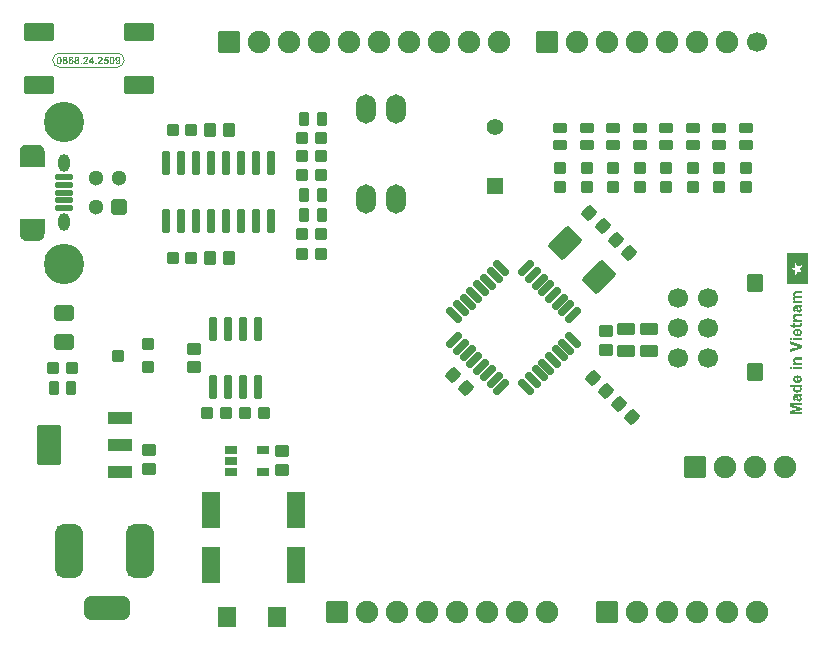
<source format=gts>
G04*
G04 #@! TF.GenerationSoftware,Altium Limited,Altium Designer,23.0.1 (38)*
G04*
G04 Layer_Color=8388736*
%FSLAX44Y44*%
%MOMM*%
G71*
G04*
G04 #@! TF.SameCoordinates,88FC3FB3-D5F9-4073-A5BC-648FF294B969*
G04*
G04*
G04 #@! TF.FilePolarity,Negative*
G04*
G01*
G75*
%ADD12C,0.1000*%
G04:AMPARAMS|DCode=43|XSize=1.15mm|YSize=0.9mm|CornerRadius=0.13mm|HoleSize=0mm|Usage=FLASHONLY|Rotation=90.000|XOffset=0mm|YOffset=0mm|HoleType=Round|Shape=RoundedRectangle|*
%AMROUNDEDRECTD43*
21,1,1.1500,0.6400,0,0,90.0*
21,1,0.8900,0.9000,0,0,90.0*
1,1,0.2600,0.3200,0.4450*
1,1,0.2600,0.3200,-0.4450*
1,1,0.2600,-0.3200,-0.4450*
1,1,0.2600,-0.3200,0.4450*
%
%ADD43ROUNDEDRECTD43*%
G04:AMPARAMS|DCode=44|XSize=1.6mm|YSize=1.3mm|CornerRadius=0.17mm|HoleSize=0mm|Usage=FLASHONLY|Rotation=90.000|XOffset=0mm|YOffset=0mm|HoleType=Round|Shape=RoundedRectangle|*
%AMROUNDEDRECTD44*
21,1,1.6000,0.9600,0,0,90.0*
21,1,1.2600,1.3000,0,0,90.0*
1,1,0.3400,0.4800,0.6300*
1,1,0.3400,0.4800,-0.6300*
1,1,0.3400,-0.4800,-0.6300*
1,1,0.3400,-0.4800,0.6300*
%
%ADD44ROUNDEDRECTD44*%
G04:AMPARAMS|DCode=45|XSize=2.5mm|YSize=1.6mm|CornerRadius=0.2mm|HoleSize=0mm|Usage=FLASHONLY|Rotation=180.000|XOffset=0mm|YOffset=0mm|HoleType=Round|Shape=RoundedRectangle|*
%AMROUNDEDRECTD45*
21,1,2.5000,1.2000,0,0,180.0*
21,1,2.1000,1.6000,0,0,180.0*
1,1,0.4000,-1.0500,0.6000*
1,1,0.4000,1.0500,0.6000*
1,1,0.4000,1.0500,-0.6000*
1,1,0.4000,-1.0500,-0.6000*
%
%ADD45ROUNDEDRECTD45*%
G04:AMPARAMS|DCode=46|XSize=3.1mm|YSize=1.6mm|CornerRadius=0.2mm|HoleSize=0mm|Usage=FLASHONLY|Rotation=90.000|XOffset=0mm|YOffset=0mm|HoleType=Round|Shape=RoundedRectangle|*
%AMROUNDEDRECTD46*
21,1,3.1000,1.2000,0,0,90.0*
21,1,2.7000,1.6000,0,0,90.0*
1,1,0.4000,0.6000,1.3500*
1,1,0.4000,0.6000,-1.3500*
1,1,0.4000,-0.6000,-1.3500*
1,1,0.4000,-0.6000,1.3500*
%
%ADD46ROUNDEDRECTD46*%
G04:AMPARAMS|DCode=47|XSize=1.3mm|YSize=1.7mm|CornerRadius=0.17mm|HoleSize=0mm|Usage=FLASHONLY|Rotation=90.000|XOffset=0mm|YOffset=0mm|HoleType=Round|Shape=RoundedRectangle|*
%AMROUNDEDRECTD47*
21,1,1.3000,1.3600,0,0,90.0*
21,1,0.9600,1.7000,0,0,90.0*
1,1,0.3400,0.6800,0.4800*
1,1,0.3400,0.6800,-0.4800*
1,1,0.3400,-0.6800,-0.4800*
1,1,0.3400,-0.6800,0.4800*
%
%ADD47ROUNDEDRECTD47*%
G04:AMPARAMS|DCode=48|XSize=1.1mm|YSize=1.5mm|CornerRadius=0.175mm|HoleSize=0mm|Usage=FLASHONLY|Rotation=90.000|XOffset=0mm|YOffset=0mm|HoleType=Round|Shape=RoundedRectangle|*
%AMROUNDEDRECTD48*
21,1,1.1000,1.1500,0,0,90.0*
21,1,0.7500,1.5000,0,0,90.0*
1,1,0.3500,0.5750,0.3750*
1,1,0.3500,0.5750,-0.3750*
1,1,0.3500,-0.5750,-0.3750*
1,1,0.3500,-0.5750,0.3750*
%
%ADD48ROUNDEDRECTD48*%
G04:AMPARAMS|DCode=49|XSize=1mm|YSize=1.1mm|CornerRadius=0.14mm|HoleSize=0mm|Usage=FLASHONLY|Rotation=315.000|XOffset=0mm|YOffset=0mm|HoleType=Round|Shape=RoundedRectangle|*
%AMROUNDEDRECTD49*
21,1,1.0000,0.8200,0,0,315.0*
21,1,0.7200,1.1000,0,0,315.0*
1,1,0.2800,-0.0354,-0.5445*
1,1,0.2800,-0.5445,-0.0354*
1,1,0.2800,0.0354,0.5445*
1,1,0.2800,0.5445,0.0354*
%
%ADD49ROUNDEDRECTD49*%
G04:AMPARAMS|DCode=50|XSize=1.04mm|YSize=1.12mm|CornerRadius=0.144mm|HoleSize=0mm|Usage=FLASHONLY|Rotation=135.000|XOffset=0mm|YOffset=0mm|HoleType=Round|Shape=RoundedRectangle|*
%AMROUNDEDRECTD50*
21,1,1.0400,0.8320,0,0,135.0*
21,1,0.7520,1.1200,0,0,135.0*
1,1,0.2880,0.0283,0.5600*
1,1,0.2880,0.5600,0.0283*
1,1,0.2880,-0.0283,-0.5600*
1,1,0.2880,-0.5600,-0.0283*
%
%ADD50ROUNDEDRECTD50*%
G04:AMPARAMS|DCode=51|XSize=1mm|YSize=1.1mm|CornerRadius=0.14mm|HoleSize=0mm|Usage=FLASHONLY|Rotation=0.000|XOffset=0mm|YOffset=0mm|HoleType=Round|Shape=RoundedRectangle|*
%AMROUNDEDRECTD51*
21,1,1.0000,0.8200,0,0,0.0*
21,1,0.7200,1.1000,0,0,0.0*
1,1,0.2800,0.3600,-0.4100*
1,1,0.2800,-0.3600,-0.4100*
1,1,0.2800,-0.3600,0.4100*
1,1,0.2800,0.3600,0.4100*
%
%ADD51ROUNDEDRECTD51*%
G04:AMPARAMS|DCode=52|XSize=0.5mm|YSize=1.45mm|CornerRadius=0.09mm|HoleSize=0mm|Usage=FLASHONLY|Rotation=270.000|XOffset=0mm|YOffset=0mm|HoleType=Round|Shape=RoundedRectangle|*
%AMROUNDEDRECTD52*
21,1,0.5000,1.2700,0,0,270.0*
21,1,0.3200,1.4500,0,0,270.0*
1,1,0.1800,-0.6350,-0.1600*
1,1,0.1800,-0.6350,0.1600*
1,1,0.1800,0.6350,0.1600*
1,1,0.1800,0.6350,-0.1600*
%
%ADD52ROUNDEDRECTD52*%
G04:AMPARAMS|DCode=53|XSize=1.04mm|YSize=1.12mm|CornerRadius=0.144mm|HoleSize=0mm|Usage=FLASHONLY|Rotation=180.000|XOffset=0mm|YOffset=0mm|HoleType=Round|Shape=RoundedRectangle|*
%AMROUNDEDRECTD53*
21,1,1.0400,0.8320,0,0,180.0*
21,1,0.7520,1.1200,0,0,180.0*
1,1,0.2880,-0.3760,0.4160*
1,1,0.2880,0.3760,0.4160*
1,1,0.2880,0.3760,-0.4160*
1,1,0.2880,-0.3760,-0.4160*
%
%ADD53ROUNDEDRECTD53*%
G04:AMPARAMS|DCode=54|XSize=2.07mm|YSize=0.7mm|CornerRadius=0.125mm|HoleSize=0mm|Usage=FLASHONLY|Rotation=90.000|XOffset=0mm|YOffset=0mm|HoleType=Round|Shape=RoundedRectangle|*
%AMROUNDEDRECTD54*
21,1,2.0700,0.4500,0,0,90.0*
21,1,1.8200,0.7000,0,0,90.0*
1,1,0.2500,0.2250,0.9100*
1,1,0.2500,0.2250,-0.9100*
1,1,0.2500,-0.2250,-0.9100*
1,1,0.2500,-0.2250,0.9100*
%
%ADD54ROUNDEDRECTD54*%
G04:AMPARAMS|DCode=55|XSize=1mm|YSize=1.05mm|CornerRadius=0.14mm|HoleSize=0mm|Usage=FLASHONLY|Rotation=270.000|XOffset=0mm|YOffset=0mm|HoleType=Round|Shape=RoundedRectangle|*
%AMROUNDEDRECTD55*
21,1,1.0000,0.7700,0,0,270.0*
21,1,0.7200,1.0500,0,0,270.0*
1,1,0.2800,-0.3850,-0.3600*
1,1,0.2800,-0.3850,0.3600*
1,1,0.2800,0.3850,0.3600*
1,1,0.2800,0.3850,-0.3600*
%
%ADD55ROUNDEDRECTD55*%
G04:AMPARAMS|DCode=56|XSize=3.34mm|YSize=2.1mm|CornerRadius=0.2mm|HoleSize=0mm|Usage=FLASHONLY|Rotation=90.000|XOffset=0mm|YOffset=0mm|HoleType=Round|Shape=RoundedRectangle|*
%AMROUNDEDRECTD56*
21,1,3.3400,1.7000,0,0,90.0*
21,1,2.9400,2.1000,0,0,90.0*
1,1,0.4000,0.8500,1.4700*
1,1,0.4000,0.8500,-1.4700*
1,1,0.4000,-0.8500,-1.4700*
1,1,0.4000,-0.8500,1.4700*
%
%ADD56ROUNDEDRECTD56*%
G04:AMPARAMS|DCode=57|XSize=1.03mm|YSize=2.1mm|CornerRadius=0.1198mm|HoleSize=0mm|Usage=FLASHONLY|Rotation=90.000|XOffset=0mm|YOffset=0mm|HoleType=Round|Shape=RoundedRectangle|*
%AMROUNDEDRECTD57*
21,1,1.0300,1.8605,0,0,90.0*
21,1,0.7905,2.1000,0,0,90.0*
1,1,0.2395,0.9303,0.3953*
1,1,0.2395,0.9303,-0.3953*
1,1,0.2395,-0.9303,-0.3953*
1,1,0.2395,-0.9303,0.3953*
%
%ADD57ROUNDEDRECTD57*%
G04:AMPARAMS|DCode=58|XSize=1.04mm|YSize=1.12mm|CornerRadius=0.144mm|HoleSize=0mm|Usage=FLASHONLY|Rotation=90.000|XOffset=0mm|YOffset=0mm|HoleType=Round|Shape=RoundedRectangle|*
%AMROUNDEDRECTD58*
21,1,1.0400,0.8320,0,0,90.0*
21,1,0.7520,1.1200,0,0,90.0*
1,1,0.2880,0.4160,0.3760*
1,1,0.2880,0.4160,-0.3760*
1,1,0.2880,-0.4160,-0.3760*
1,1,0.2880,-0.4160,0.3760*
%
%ADD58ROUNDEDRECTD58*%
G04:AMPARAMS|DCode=59|XSize=1.1mm|YSize=0.65mm|CornerRadius=0.105mm|HoleSize=0mm|Usage=FLASHONLY|Rotation=0.000|XOffset=0mm|YOffset=0mm|HoleType=Round|Shape=RoundedRectangle|*
%AMROUNDEDRECTD59*
21,1,1.1000,0.4400,0,0,0.0*
21,1,0.8900,0.6500,0,0,0.0*
1,1,0.2100,0.4450,-0.2200*
1,1,0.2100,-0.4450,-0.2200*
1,1,0.2100,-0.4450,0.2200*
1,1,0.2100,0.4450,0.2200*
%
%ADD59ROUNDEDRECTD59*%
G04:AMPARAMS|DCode=60|XSize=1.8016mm|YSize=2.5016mm|CornerRadius=0.2208mm|HoleSize=0mm|Usage=FLASHONLY|Rotation=135.000|XOffset=0mm|YOffset=0mm|HoleType=Round|Shape=RoundedRectangle|*
%AMROUNDEDRECTD60*
21,1,1.8016,2.0600,0,0,135.0*
21,1,1.3600,2.5016,0,0,135.0*
1,1,0.4416,0.2475,1.2092*
1,1,0.4416,1.2092,0.2475*
1,1,0.4416,-0.2475,-1.2092*
1,1,0.4416,-1.2092,-0.2475*
%
%ADD60ROUNDEDRECTD60*%
G04:AMPARAMS|DCode=61|XSize=0.65mm|YSize=1.6mm|CornerRadius=0.1325mm|HoleSize=0mm|Usage=FLASHONLY|Rotation=225.000|XOffset=0mm|YOffset=0mm|HoleType=Round|Shape=RoundedRectangle|*
%AMROUNDEDRECTD61*
21,1,0.6500,1.3350,0,0,225.0*
21,1,0.3850,1.6000,0,0,225.0*
1,1,0.2650,-0.6081,0.3359*
1,1,0.2650,-0.3359,0.6081*
1,1,0.2650,0.6081,-0.3359*
1,1,0.2650,0.3359,-0.6081*
%
%ADD61ROUNDEDRECTD61*%
G04:AMPARAMS|DCode=62|XSize=1.6mm|YSize=0.65mm|CornerRadius=0.1325mm|HoleSize=0mm|Usage=FLASHONLY|Rotation=225.000|XOffset=0mm|YOffset=0mm|HoleType=Round|Shape=RoundedRectangle|*
%AMROUNDEDRECTD62*
21,1,1.6000,0.3850,0,0,225.0*
21,1,1.3350,0.6500,0,0,225.0*
1,1,0.2650,-0.6081,-0.3359*
1,1,0.2650,0.3359,0.6081*
1,1,0.2650,0.6081,0.3359*
1,1,0.2650,-0.3359,-0.6081*
%
%ADD62ROUNDEDRECTD62*%
G04:AMPARAMS|DCode=63|XSize=1.15mm|YSize=0.9mm|CornerRadius=0.13mm|HoleSize=0mm|Usage=FLASHONLY|Rotation=180.000|XOffset=0mm|YOffset=0mm|HoleType=Round|Shape=RoundedRectangle|*
%AMROUNDEDRECTD63*
21,1,1.1500,0.6400,0,0,180.0*
21,1,0.8900,0.9000,0,0,180.0*
1,1,0.2600,-0.4450,0.3200*
1,1,0.2600,0.4450,0.3200*
1,1,0.2600,0.4450,-0.3200*
1,1,0.2600,-0.4450,-0.3200*
%
%ADD63ROUNDEDRECTD63*%
G04:AMPARAMS|DCode=64|XSize=1mm|YSize=1.1mm|CornerRadius=0.14mm|HoleSize=0mm|Usage=FLASHONLY|Rotation=90.000|XOffset=0mm|YOffset=0mm|HoleType=Round|Shape=RoundedRectangle|*
%AMROUNDEDRECTD64*
21,1,1.0000,0.8200,0,0,90.0*
21,1,0.7200,1.1000,0,0,90.0*
1,1,0.2800,0.4100,0.3600*
1,1,0.2800,0.4100,-0.3600*
1,1,0.2800,-0.4100,-0.3600*
1,1,0.2800,-0.4100,0.3600*
%
%ADD64ROUNDEDRECTD64*%
G04:AMPARAMS|DCode=65|XSize=1.75mm|YSize=1.55mm|CornerRadius=0.195mm|HoleSize=0mm|Usage=FLASHONLY|Rotation=90.000|XOffset=0mm|YOffset=0mm|HoleType=Round|Shape=RoundedRectangle|*
%AMROUNDEDRECTD65*
21,1,1.7500,1.1600,0,0,90.0*
21,1,1.3600,1.5500,0,0,90.0*
1,1,0.3900,0.5800,0.6800*
1,1,0.3900,0.5800,-0.6800*
1,1,0.3900,-0.5800,-0.6800*
1,1,0.3900,-0.5800,0.6800*
%
%ADD65ROUNDEDRECTD65*%
%ADD66C,3.4160*%
%ADD67C,1.3000*%
G04:AMPARAMS|DCode=68|XSize=1.3mm|YSize=1.3mm|CornerRadius=0.17mm|HoleSize=0mm|Usage=FLASHONLY|Rotation=270.000|XOffset=0mm|YOffset=0mm|HoleType=Round|Shape=RoundedRectangle|*
%AMROUNDEDRECTD68*
21,1,1.3000,0.9600,0,0,270.0*
21,1,0.9600,1.3000,0,0,270.0*
1,1,0.3400,-0.4800,-0.4800*
1,1,0.3400,-0.4800,0.4800*
1,1,0.3400,0.4800,0.4800*
1,1,0.3400,0.4800,-0.4800*
%
%ADD68ROUNDEDRECTD68*%
G04:AMPARAMS|DCode=69|XSize=1.9mm|YSize=1.9mm|CornerRadius=0.23mm|HoleSize=0mm|Usage=FLASHONLY|Rotation=0.000|XOffset=0mm|YOffset=0mm|HoleType=Round|Shape=RoundedRectangle|*
%AMROUNDEDRECTD69*
21,1,1.9000,1.4400,0,0,0.0*
21,1,1.4400,1.9000,0,0,0.0*
1,1,0.4600,0.7200,-0.7200*
1,1,0.4600,-0.7200,-0.7200*
1,1,0.4600,-0.7200,0.7200*
1,1,0.4600,0.7200,0.7200*
%
%ADD69ROUNDEDRECTD69*%
%ADD70C,1.9000*%
G04:AMPARAMS|DCode=71|XSize=1.408mm|YSize=1.408mm|CornerRadius=0.1808mm|HoleSize=0mm|Usage=FLASHONLY|Rotation=90.000|XOffset=0mm|YOffset=0mm|HoleType=Round|Shape=RoundedRectangle|*
%AMROUNDEDRECTD71*
21,1,1.4080,1.0464,0,0,90.0*
21,1,1.0464,1.4080,0,0,90.0*
1,1,0.3616,0.5232,0.5232*
1,1,0.3616,0.5232,-0.5232*
1,1,0.3616,-0.5232,-0.5232*
1,1,0.3616,-0.5232,0.5232*
%
%ADD71ROUNDEDRECTD71*%
%ADD72C,1.4080*%
%ADD73C,1.7000*%
%ADD74O,1.9000X0.9500*%
%ADD75O,1.0000X1.5000*%
%ADD76O,1.7000X2.5000*%
G04:AMPARAMS|DCode=77|XSize=0.9mm|YSize=1.6mm|CornerRadius=0.225mm|HoleSize=0mm|Usage=FLASHONLY|Rotation=135.000|XOffset=0mm|YOffset=0mm|HoleType=Round|Shape=RoundedRectangle|*
%AMROUNDEDRECTD77*
21,1,0.9000,1.1500,0,0,135.0*
21,1,0.4500,1.6000,0,0,135.0*
1,1,0.4500,0.2475,0.5657*
1,1,0.4500,0.5657,0.2475*
1,1,0.4500,-0.2475,-0.5657*
1,1,0.4500,-0.5657,-0.2475*
%
%ADD77ROUNDEDRECTD77*%
G04:AMPARAMS|DCode=78|XSize=3.9mm|YSize=2mm|CornerRadius=0.525mm|HoleSize=0mm|Usage=FLASHONLY|Rotation=180.000|XOffset=0mm|YOffset=0mm|HoleType=Round|Shape=RoundedRectangle|*
%AMROUNDEDRECTD78*
21,1,3.9000,0.9500,0,0,180.0*
21,1,2.8500,2.0000,0,0,180.0*
1,1,1.0500,-1.4250,0.4750*
1,1,1.0500,1.4250,0.4750*
1,1,1.0500,1.4250,-0.4750*
1,1,1.0500,-1.4250,-0.4750*
%
%ADD78ROUNDEDRECTD78*%
G04:AMPARAMS|DCode=79|XSize=4.5mm|YSize=2.3mm|CornerRadius=0.6mm|HoleSize=0mm|Usage=FLASHONLY|Rotation=90.000|XOffset=0mm|YOffset=0mm|HoleType=Round|Shape=RoundedRectangle|*
%AMROUNDEDRECTD79*
21,1,4.5000,1.1000,0,0,90.0*
21,1,3.3000,2.3000,0,0,90.0*
1,1,1.2000,0.5500,1.6500*
1,1,1.2000,0.5500,-1.6500*
1,1,1.2000,-0.5500,-1.6500*
1,1,1.2000,-0.5500,1.6500*
%
%ADD79ROUNDEDRECTD79*%
G36*
X11000Y402551D02*
Y415551D01*
X11008Y415852D01*
X11031Y416152D01*
X11071Y416451D01*
X11126Y416746D01*
X11196Y417039D01*
X11281Y417328D01*
X11382Y417612D01*
X11497Y417890D01*
X11627Y418162D01*
X11770Y418426D01*
X11928Y418683D01*
X12098Y418931D01*
X12281Y419170D01*
X12477Y419399D01*
X12684Y419617D01*
X12902Y419824D01*
X13131Y420020D01*
X13370Y420203D01*
X13618Y420373D01*
X13875Y420531D01*
X14139Y420674D01*
X14411Y420804D01*
X14689Y420919D01*
X14973Y421020D01*
X15262Y421105D01*
X15554Y421175D01*
X15850Y421230D01*
X16149Y421269D01*
X16449Y421293D01*
X16750Y421301D01*
X26250D01*
X26551Y421293D01*
X26851Y421269D01*
X27150Y421230D01*
X27445Y421175D01*
X27738Y421105D01*
X28027Y421020D01*
X28311Y420919D01*
X28589Y420804D01*
X28860Y420674D01*
X29125Y420531D01*
X29382Y420373D01*
X29630Y420203D01*
X29869Y420020D01*
X30097Y419824D01*
X30316Y419617D01*
X30523Y419399D01*
X30719Y419170D01*
X30902Y418931D01*
X31072Y418683D01*
X31230Y418426D01*
X31373Y418162D01*
X31503Y417890D01*
X31618Y417612D01*
X31718Y417328D01*
X31804Y417039D01*
X31874Y416746D01*
X31929Y416451D01*
X31969Y416152D01*
X31992Y415852D01*
X32000Y415551D01*
Y402551D01*
X11000D01*
D02*
G37*
G36*
X31992Y345250D02*
X31969Y344950D01*
X31929Y344651D01*
X31874Y344356D01*
X31804Y344063D01*
X31718Y343774D01*
X31618Y343490D01*
X31503Y343212D01*
X31373Y342941D01*
X31230Y342676D01*
X31072Y342419D01*
X30902Y342171D01*
X30719Y341932D01*
X30523Y341703D01*
X30316Y341485D01*
X30097Y341278D01*
X29869Y341082D01*
X29630Y340899D01*
X29382Y340729D01*
X29125Y340571D01*
X28860Y340428D01*
X28589Y340298D01*
X28311Y340183D01*
X28027Y340083D01*
X27738Y339997D01*
X27445Y339927D01*
X27150Y339872D01*
X26851Y339832D01*
X26551Y339809D01*
X26250Y339801D01*
X16750D01*
X16449Y339809D01*
X16149Y339832D01*
X15850Y339872D01*
X15554Y339927D01*
X15262Y339997D01*
X14973Y340083D01*
X14689Y340183D01*
X14411Y340298D01*
X14139Y340428D01*
X13875Y340571D01*
X13618Y340729D01*
X13370Y340899D01*
X13131Y341082D01*
X12902Y341278D01*
X12684Y341485D01*
X12477Y341703D01*
X12281Y341932D01*
X12098Y342171D01*
X11928Y342419D01*
X11770Y342676D01*
X11627Y342941D01*
X11497Y343212D01*
X11382Y343490D01*
X11281Y343774D01*
X11196Y344063D01*
X11126Y344356D01*
X11071Y344651D01*
X11031Y344950D01*
X11008Y345250D01*
X11000Y345551D01*
Y358551D01*
X32000D01*
Y345551D01*
X31992Y345250D01*
D02*
G37*
G36*
X660588Y329197D02*
X666656D01*
X666674D01*
X678093Y329188D01*
X678084Y303035D01*
X678020Y303044D01*
X678002Y303099D01*
X677975Y303126D01*
X677793Y303108D01*
X660734Y303126D01*
X660715Y303144D01*
X660670Y303099D01*
X660661Y303035D01*
X660579Y303044D01*
X660588Y329197D01*
D02*
G37*
G36*
X54789Y495774D02*
X54854D01*
X54928Y495765D01*
X55094Y495728D01*
X55279Y495682D01*
X55483Y495608D01*
X55686Y495506D01*
X55779Y495442D01*
X55871Y495368D01*
X55880D01*
X55890Y495349D01*
X55917Y495321D01*
X55945Y495294D01*
X55991Y495247D01*
X56028Y495201D01*
X56130Y495072D01*
X56232Y494896D01*
X56333Y494693D01*
X56426Y494461D01*
X56491Y494184D01*
X55307Y494055D01*
Y494073D01*
X55298Y494110D01*
X55279Y494175D01*
X55261Y494258D01*
X55233Y494341D01*
X55187Y494434D01*
X55141Y494517D01*
X55076Y494591D01*
X55067Y494600D01*
X55039Y494619D01*
X55002Y494646D01*
X54947Y494683D01*
X54882Y494711D01*
X54799Y494739D01*
X54697Y494757D01*
X54595Y494767D01*
X54577D01*
X54531Y494757D01*
X54457Y494748D01*
X54364Y494720D01*
X54262Y494683D01*
X54152Y494619D01*
X54040Y494535D01*
X53939Y494415D01*
X53930Y494397D01*
X53911Y494378D01*
X53893Y494341D01*
X53874Y494304D01*
X53846Y494249D01*
X53828Y494184D01*
X53800Y494101D01*
X53763Y494008D01*
X53735Y493907D01*
X53708Y493787D01*
X53680Y493657D01*
X53652Y493509D01*
X53634Y493343D01*
X53615Y493158D01*
X53597Y492964D01*
X53606Y492973D01*
X53615Y492991D01*
X53643Y493010D01*
X53680Y493047D01*
X53726Y493093D01*
X53782Y493139D01*
X53911Y493241D01*
X54078Y493334D01*
X54272Y493426D01*
X54383Y493463D01*
X54494Y493481D01*
X54614Y493500D01*
X54743Y493509D01*
X54817D01*
X54873Y493500D01*
X54937Y493491D01*
X55011Y493481D01*
X55104Y493463D01*
X55196Y493435D01*
X55400Y493361D01*
X55511Y493315D01*
X55622Y493260D01*
X55732Y493195D01*
X55843Y493112D01*
X55954Y493019D01*
X56056Y492917D01*
X56065Y492908D01*
X56084Y492890D01*
X56111Y492862D01*
X56139Y492816D01*
X56185Y492751D01*
X56232Y492686D01*
X56278Y492603D01*
X56333Y492511D01*
X56389Y492409D01*
X56435Y492289D01*
X56481Y492169D01*
X56528Y492030D01*
X56555Y491891D01*
X56583Y491734D01*
X56602Y491577D01*
X56611Y491401D01*
Y491392D01*
Y491355D01*
Y491309D01*
X56602Y491235D01*
X56592Y491152D01*
X56583Y491059D01*
X56565Y490948D01*
X56537Y490837D01*
X56472Y490578D01*
X56426Y490449D01*
X56361Y490319D01*
X56297Y490190D01*
X56223Y490061D01*
X56130Y489931D01*
X56028Y489820D01*
X56019Y489811D01*
X56001Y489792D01*
X55973Y489765D01*
X55927Y489728D01*
X55871Y489682D01*
X55797Y489635D01*
X55723Y489580D01*
X55631Y489524D01*
X55529Y489469D01*
X55418Y489413D01*
X55298Y489367D01*
X55159Y489321D01*
X55021Y489284D01*
X54873Y489256D01*
X54715Y489238D01*
X54549Y489228D01*
X54503D01*
X54457Y489238D01*
X54392D01*
X54309Y489256D01*
X54207Y489265D01*
X54105Y489293D01*
X53985Y489321D01*
X53865Y489358D01*
X53735Y489413D01*
X53597Y489469D01*
X53467Y489543D01*
X53329Y489626D01*
X53199Y489728D01*
X53070Y489848D01*
X52950Y489977D01*
X52940Y489987D01*
X52922Y490014D01*
X52894Y490061D01*
X52857Y490125D01*
X52802Y490209D01*
X52755Y490310D01*
X52700Y490430D01*
X52644Y490569D01*
X52580Y490736D01*
X52524Y490911D01*
X52478Y491115D01*
X52432Y491346D01*
X52386Y491586D01*
X52358Y491854D01*
X52339Y492141D01*
X52330Y492455D01*
Y492464D01*
Y492474D01*
Y492501D01*
Y492529D01*
Y492622D01*
X52339Y492742D01*
X52349Y492890D01*
X52367Y493056D01*
X52386Y493241D01*
X52413Y493435D01*
X52441Y493639D01*
X52487Y493851D01*
X52543Y494064D01*
X52607Y494277D01*
X52681Y494471D01*
X52765Y494665D01*
X52866Y494841D01*
X52977Y494998D01*
X52986Y495007D01*
X53005Y495035D01*
X53042Y495072D01*
X53098Y495118D01*
X53162Y495183D01*
X53236Y495247D01*
X53329Y495321D01*
X53430Y495395D01*
X53551Y495460D01*
X53671Y495534D01*
X53819Y495599D01*
X53967Y495663D01*
X54124Y495710D01*
X54299Y495747D01*
X54475Y495774D01*
X54669Y495784D01*
X54743D01*
X54789Y495774D01*
D02*
G37*
G36*
X94166D02*
X94240D01*
X94324Y495765D01*
X94416Y495747D01*
X94527Y495719D01*
X94638Y495691D01*
X94767Y495645D01*
X94897Y495599D01*
X95026Y495534D01*
X95165Y495460D01*
X95294Y495377D01*
X95424Y495275D01*
X95553Y495155D01*
X95674Y495025D01*
X95683Y495016D01*
X95701Y494988D01*
X95729Y494942D01*
X95775Y494878D01*
X95821Y494794D01*
X95877Y494693D01*
X95932Y494572D01*
X95988Y494434D01*
X96043Y494267D01*
X96108Y494082D01*
X96154Y493879D01*
X96201Y493657D01*
X96247Y493407D01*
X96274Y493139D01*
X96293Y492853D01*
X96302Y492538D01*
Y492529D01*
Y492520D01*
Y492492D01*
Y492464D01*
Y492372D01*
X96293Y492252D01*
X96284Y492104D01*
X96265Y491937D01*
X96247Y491762D01*
X96219Y491568D01*
X96182Y491355D01*
X96145Y491152D01*
X96089Y490939D01*
X96025Y490726D01*
X95951Y490532D01*
X95858Y490338D01*
X95766Y490162D01*
X95646Y490005D01*
X95637Y489996D01*
X95618Y489968D01*
X95581Y489931D01*
X95526Y489885D01*
X95461Y489829D01*
X95387Y489755D01*
X95294Y489691D01*
X95193Y489617D01*
X95082Y489543D01*
X94952Y489478D01*
X94814Y489413D01*
X94666Y489349D01*
X94499Y489302D01*
X94333Y489265D01*
X94157Y489238D01*
X93963Y489228D01*
X93889D01*
X93843Y489238D01*
X93778D01*
X93704Y489247D01*
X93528Y489275D01*
X93334Y489330D01*
X93140Y489395D01*
X92937Y489497D01*
X92844Y489552D01*
X92752Y489626D01*
X92743Y489635D01*
X92733Y489645D01*
X92706Y489672D01*
X92678Y489700D01*
X92641Y489746D01*
X92595Y489792D01*
X92558Y489857D01*
X92502Y489922D01*
X92456Y490005D01*
X92401Y490088D01*
X92354Y490190D01*
X92308Y490301D01*
X92262Y490412D01*
X92225Y490541D01*
X92188Y490671D01*
X92160Y490819D01*
X93344Y490957D01*
Y490939D01*
X93353Y490893D01*
X93362Y490828D01*
X93390Y490754D01*
X93418Y490662D01*
X93455Y490569D01*
X93501Y490486D01*
X93566Y490412D01*
X93575Y490403D01*
X93603Y490384D01*
X93639Y490356D01*
X93695Y490329D01*
X93769Y490301D01*
X93843Y490273D01*
X93945Y490255D01*
X94046Y490246D01*
X94065D01*
X94111Y490255D01*
X94176Y490264D01*
X94268Y490292D01*
X94370Y490329D01*
X94472Y490393D01*
X94583Y490477D01*
X94684Y490588D01*
X94693Y490606D01*
X94712Y490625D01*
X94730Y490662D01*
X94749Y490699D01*
X94777Y490754D01*
X94795Y490819D01*
X94832Y490902D01*
X94860Y490994D01*
X94888Y491096D01*
X94915Y491216D01*
X94943Y491346D01*
X94971Y491494D01*
X94989Y491660D01*
X95008Y491845D01*
X95026Y492039D01*
X95017Y492030D01*
X95008Y492021D01*
X94980Y491993D01*
X94943Y491956D01*
X94897Y491919D01*
X94841Y491873D01*
X94712Y491771D01*
X94545Y491669D01*
X94342Y491586D01*
X94231Y491549D01*
X94120Y491531D01*
X94000Y491512D01*
X93871Y491503D01*
X93797D01*
X93741Y491512D01*
X93676Y491521D01*
X93603Y491531D01*
X93427Y491577D01*
X93223Y491642D01*
X93122Y491697D01*
X93011Y491753D01*
X92900Y491817D01*
X92789Y491891D01*
X92678Y491984D01*
X92576Y492085D01*
X92567Y492095D01*
X92549Y492113D01*
X92530Y492150D01*
X92493Y492187D01*
X92447Y492252D01*
X92401Y492317D01*
X92354Y492400D01*
X92308Y492492D01*
X92253Y492594D01*
X92206Y492714D01*
X92160Y492834D01*
X92114Y492973D01*
X92077Y493112D01*
X92058Y493269D01*
X92040Y493435D01*
X92031Y493602D01*
Y493611D01*
Y493648D01*
Y493694D01*
X92040Y493768D01*
X92049Y493851D01*
X92058Y493944D01*
X92077Y494055D01*
X92105Y494166D01*
X92169Y494415D01*
X92216Y494554D01*
X92271Y494683D01*
X92336Y494813D01*
X92419Y494942D01*
X92502Y495062D01*
X92604Y495183D01*
X92613Y495192D01*
X92632Y495210D01*
X92659Y495238D01*
X92706Y495275D01*
X92770Y495321D01*
X92835Y495377D01*
X92918Y495423D01*
X93011Y495488D01*
X93103Y495543D01*
X93223Y495589D01*
X93344Y495645D01*
X93473Y495691D01*
X93612Y495728D01*
X93760Y495756D01*
X93908Y495774D01*
X94074Y495784D01*
X94120D01*
X94166Y495774D01*
D02*
G37*
G36*
X86215Y494517D02*
X83895D01*
X83700Y493426D01*
X83710D01*
X83719Y493435D01*
X83774Y493463D01*
X83858Y493491D01*
X83959Y493537D01*
X84089Y493574D01*
X84227Y493602D01*
X84385Y493629D01*
X84542Y493639D01*
X84625D01*
X84681Y493629D01*
X84745Y493620D01*
X84828Y493611D01*
X84921Y493592D01*
X85022Y493565D01*
X85235Y493491D01*
X85355Y493444D01*
X85466Y493389D01*
X85587Y493315D01*
X85707Y493232D01*
X85818Y493139D01*
X85929Y493038D01*
X85938Y493028D01*
X85956Y493010D01*
X85984Y492973D01*
X86021Y492927D01*
X86058Y492871D01*
X86114Y492797D01*
X86160Y492714D01*
X86215Y492622D01*
X86271Y492520D01*
X86317Y492400D01*
X86372Y492270D01*
X86409Y492141D01*
X86446Y491993D01*
X86474Y491836D01*
X86493Y491669D01*
X86502Y491494D01*
Y491484D01*
Y491457D01*
Y491420D01*
X86493Y491364D01*
Y491290D01*
X86474Y491207D01*
X86465Y491115D01*
X86446Y491022D01*
X86391Y490800D01*
X86308Y490560D01*
X86252Y490430D01*
X86197Y490310D01*
X86123Y490190D01*
X86040Y490070D01*
X86030Y490061D01*
X86012Y490033D01*
X85975Y489996D01*
X85929Y489940D01*
X85864Y489876D01*
X85781Y489802D01*
X85688Y489728D01*
X85587Y489654D01*
X85466Y489571D01*
X85337Y489497D01*
X85198Y489423D01*
X85041Y489358D01*
X84875Y489302D01*
X84699Y489265D01*
X84505Y489238D01*
X84301Y489228D01*
X84218D01*
X84153Y489238D01*
X84080Y489247D01*
X83987Y489256D01*
X83895Y489265D01*
X83784Y489284D01*
X83562Y489339D01*
X83312Y489432D01*
X83192Y489478D01*
X83072Y489543D01*
X82961Y489617D01*
X82850Y489700D01*
X82841Y489709D01*
X82822Y489719D01*
X82794Y489746D01*
X82757Y489783D01*
X82720Y489839D01*
X82665Y489894D01*
X82619Y489959D01*
X82563Y490033D01*
X82499Y490125D01*
X82443Y490218D01*
X82341Y490440D01*
X82249Y490689D01*
X82221Y490828D01*
X82193Y490976D01*
X83414Y491105D01*
Y491087D01*
X83423Y491041D01*
X83441Y490957D01*
X83469Y490865D01*
X83506Y490763D01*
X83562Y490652D01*
X83636Y490551D01*
X83719Y490449D01*
X83728Y490440D01*
X83765Y490412D01*
X83821Y490375D01*
X83895Y490329D01*
X83978Y490282D01*
X84080Y490246D01*
X84200Y490218D01*
X84320Y490209D01*
X84338D01*
X84385Y490218D01*
X84459Y490227D01*
X84551Y490246D01*
X84653Y490282D01*
X84764Y490338D01*
X84875Y490421D01*
X84976Y490523D01*
X84986Y490541D01*
X85022Y490578D01*
X85059Y490652D01*
X85115Y490763D01*
X85161Y490893D01*
X85207Y491050D01*
X85235Y491244D01*
X85244Y491466D01*
Y491475D01*
Y491494D01*
Y491521D01*
Y491568D01*
X85235Y491669D01*
X85207Y491799D01*
X85180Y491947D01*
X85133Y492095D01*
X85069Y492233D01*
X84976Y492353D01*
X84967Y492363D01*
X84930Y492400D01*
X84865Y492446D01*
X84791Y492511D01*
X84690Y492566D01*
X84570Y492612D01*
X84431Y492649D01*
X84283Y492659D01*
X84227D01*
X84190Y492649D01*
X84098Y492631D01*
X83968Y492603D01*
X83821Y492548D01*
X83663Y492464D01*
X83580Y492409D01*
X83497Y492344D01*
X83414Y492270D01*
X83331Y492187D01*
X82341Y492326D01*
X82970Y495663D01*
X86215D01*
Y494517D01*
D02*
G37*
G36*
X79466Y495774D02*
X79549Y495765D01*
X79642Y495756D01*
X79743Y495737D01*
X79854Y495719D01*
X80095Y495654D01*
X80335Y495562D01*
X80464Y495506D01*
X80575Y495442D01*
X80696Y495358D01*
X80797Y495266D01*
X80807Y495257D01*
X80825Y495247D01*
X80843Y495210D01*
X80880Y495173D01*
X80927Y495127D01*
X80973Y495062D01*
X81019Y494998D01*
X81075Y494915D01*
X81167Y494730D01*
X81260Y494517D01*
X81297Y494397D01*
X81315Y494267D01*
X81334Y494129D01*
X81343Y493990D01*
Y493971D01*
Y493916D01*
X81334Y493833D01*
X81324Y493731D01*
X81306Y493602D01*
X81278Y493463D01*
X81241Y493315D01*
X81186Y493167D01*
X81176Y493149D01*
X81158Y493102D01*
X81121Y493019D01*
X81065Y492917D01*
X81001Y492797D01*
X80918Y492659D01*
X80816Y492511D01*
X80696Y492353D01*
X80686Y492344D01*
X80649Y492298D01*
X80594Y492233D01*
X80511Y492141D01*
X80400Y492030D01*
X80261Y491882D01*
X80095Y491725D01*
X79891Y491531D01*
X79882Y491521D01*
X79864Y491512D01*
X79836Y491484D01*
X79799Y491447D01*
X79697Y491355D01*
X79577Y491244D01*
X79457Y491124D01*
X79337Y491004D01*
X79226Y490902D01*
X79189Y490856D01*
X79152Y490819D01*
X79142Y490809D01*
X79124Y490791D01*
X79096Y490754D01*
X79059Y490708D01*
X78976Y490606D01*
X78902Y490486D01*
X81343D01*
Y489349D01*
X77044D01*
Y489358D01*
Y489376D01*
X77053Y489413D01*
X77062Y489460D01*
X77071Y489515D01*
X77081Y489580D01*
X77118Y489746D01*
X77173Y489931D01*
X77247Y490135D01*
X77339Y490356D01*
X77460Y490569D01*
Y490578D01*
X77478Y490597D01*
X77497Y490634D01*
X77534Y490671D01*
X77571Y490736D01*
X77626Y490800D01*
X77691Y490883D01*
X77765Y490976D01*
X77848Y491087D01*
X77950Y491198D01*
X78061Y491327D01*
X78190Y491466D01*
X78329Y491605D01*
X78486Y491762D01*
X78652Y491928D01*
X78837Y492104D01*
X78847Y492113D01*
X78874Y492141D01*
X78911Y492178D01*
X78967Y492233D01*
X79041Y492289D01*
X79115Y492363D01*
X79281Y492529D01*
X79447Y492705D01*
X79614Y492880D01*
X79688Y492954D01*
X79762Y493038D01*
X79817Y493102D01*
X79854Y493158D01*
X79864Y493176D01*
X79891Y493223D01*
X79938Y493297D01*
X79984Y493398D01*
X80030Y493509D01*
X80076Y493639D01*
X80104Y493768D01*
X80113Y493907D01*
Y493916D01*
Y493925D01*
Y493971D01*
X80104Y494055D01*
X80085Y494147D01*
X80058Y494249D01*
X80021Y494351D01*
X79965Y494452D01*
X79891Y494545D01*
X79882Y494554D01*
X79854Y494582D01*
X79799Y494619D01*
X79734Y494656D01*
X79642Y494693D01*
X79540Y494730D01*
X79420Y494757D01*
X79281Y494767D01*
X79216D01*
X79142Y494757D01*
X79059Y494739D01*
X78957Y494711D01*
X78856Y494665D01*
X78754Y494609D01*
X78662Y494535D01*
X78652Y494526D01*
X78625Y494489D01*
X78588Y494434D01*
X78551Y494351D01*
X78504Y494249D01*
X78467Y494110D01*
X78430Y493953D01*
X78412Y493768D01*
X77192Y493888D01*
Y493898D01*
X77201Y493934D01*
Y493981D01*
X77219Y494055D01*
X77228Y494138D01*
X77256Y494230D01*
X77284Y494332D01*
X77312Y494452D01*
X77404Y494683D01*
X77515Y494924D01*
X77589Y495044D01*
X77672Y495155D01*
X77765Y495247D01*
X77866Y495340D01*
X77876Y495349D01*
X77894Y495358D01*
X77922Y495377D01*
X77968Y495414D01*
X78024Y495442D01*
X78098Y495479D01*
X78172Y495525D01*
X78264Y495562D01*
X78366Y495608D01*
X78477Y495645D01*
X78717Y495719D01*
X79004Y495765D01*
X79152Y495774D01*
X79309Y495784D01*
X79401D01*
X79466Y495774D01*
D02*
G37*
G36*
X76202Y489349D02*
X74973D01*
Y490578D01*
X76202D01*
Y489349D01*
D02*
G37*
G36*
X73336Y491706D02*
X74131D01*
Y490634D01*
X73336D01*
Y489349D01*
X72153D01*
Y490634D01*
X69527D01*
Y491697D01*
X72301Y495774D01*
X73336D01*
Y491706D01*
D02*
G37*
G36*
X67031Y495774D02*
X67114Y495765D01*
X67206Y495756D01*
X67308Y495737D01*
X67419Y495719D01*
X67659Y495654D01*
X67900Y495562D01*
X68029Y495506D01*
X68140Y495442D01*
X68260Y495358D01*
X68362Y495266D01*
X68371Y495257D01*
X68390Y495247D01*
X68408Y495210D01*
X68445Y495173D01*
X68491Y495127D01*
X68538Y495062D01*
X68584Y494998D01*
X68639Y494915D01*
X68732Y494730D01*
X68824Y494517D01*
X68861Y494397D01*
X68880Y494267D01*
X68898Y494129D01*
X68907Y493990D01*
Y493971D01*
Y493916D01*
X68898Y493833D01*
X68889Y493731D01*
X68871Y493602D01*
X68843Y493463D01*
X68806Y493315D01*
X68750Y493167D01*
X68741Y493149D01*
X68723Y493102D01*
X68686Y493019D01*
X68630Y492917D01*
X68565Y492797D01*
X68482Y492659D01*
X68380Y492511D01*
X68260Y492353D01*
X68251Y492344D01*
X68214Y492298D01*
X68159Y492233D01*
X68075Y492141D01*
X67964Y492030D01*
X67826Y491882D01*
X67659Y491725D01*
X67456Y491531D01*
X67447Y491521D01*
X67428Y491512D01*
X67400Y491484D01*
X67363Y491447D01*
X67262Y491355D01*
X67141Y491244D01*
X67021Y491124D01*
X66901Y491004D01*
X66790Y490902D01*
X66753Y490856D01*
X66716Y490819D01*
X66707Y490809D01*
X66688Y490791D01*
X66661Y490754D01*
X66624Y490708D01*
X66541Y490606D01*
X66467Y490486D01*
X68907D01*
Y489349D01*
X64608D01*
Y489358D01*
Y489376D01*
X64618Y489413D01*
X64627Y489460D01*
X64636Y489515D01*
X64645Y489580D01*
X64682Y489746D01*
X64738Y489931D01*
X64812Y490135D01*
X64904Y490356D01*
X65024Y490569D01*
Y490578D01*
X65043Y490597D01*
X65061Y490634D01*
X65098Y490671D01*
X65135Y490736D01*
X65191Y490800D01*
X65255Y490883D01*
X65329Y490976D01*
X65413Y491087D01*
X65514Y491198D01*
X65625Y491327D01*
X65755Y491466D01*
X65893Y491605D01*
X66051Y491762D01*
X66217Y491928D01*
X66402Y492104D01*
X66411Y492113D01*
X66439Y492141D01*
X66476Y492178D01*
X66531Y492233D01*
X66605Y492289D01*
X66679Y492363D01*
X66846Y492529D01*
X67012Y492705D01*
X67179Y492880D01*
X67252Y492954D01*
X67326Y493038D01*
X67382Y493102D01*
X67419Y493158D01*
X67428Y493176D01*
X67456Y493223D01*
X67502Y493297D01*
X67548Y493398D01*
X67595Y493509D01*
X67641Y493639D01*
X67668Y493768D01*
X67678Y493907D01*
Y493916D01*
Y493925D01*
Y493971D01*
X67668Y494055D01*
X67650Y494147D01*
X67622Y494249D01*
X67585Y494351D01*
X67530Y494452D01*
X67456Y494545D01*
X67447Y494554D01*
X67419Y494582D01*
X67363Y494619D01*
X67299Y494656D01*
X67206Y494693D01*
X67105Y494730D01*
X66984Y494757D01*
X66846Y494767D01*
X66781D01*
X66707Y494757D01*
X66624Y494739D01*
X66522Y494711D01*
X66420Y494665D01*
X66319Y494609D01*
X66226Y494535D01*
X66217Y494526D01*
X66189Y494489D01*
X66152Y494434D01*
X66115Y494351D01*
X66069Y494249D01*
X66032Y494110D01*
X65995Y493953D01*
X65977Y493768D01*
X64756Y493888D01*
Y493898D01*
X64765Y493934D01*
Y493981D01*
X64784Y494055D01*
X64793Y494138D01*
X64821Y494230D01*
X64849Y494332D01*
X64876Y494452D01*
X64969Y494683D01*
X65080Y494924D01*
X65154Y495044D01*
X65237Y495155D01*
X65329Y495247D01*
X65431Y495340D01*
X65440Y495349D01*
X65459Y495358D01*
X65487Y495377D01*
X65533Y495414D01*
X65588Y495442D01*
X65662Y495479D01*
X65736Y495525D01*
X65829Y495562D01*
X65930Y495608D01*
X66041Y495645D01*
X66282Y495719D01*
X66568Y495765D01*
X66716Y495774D01*
X66873Y495784D01*
X66966D01*
X67031Y495774D01*
D02*
G37*
G36*
X63767Y489349D02*
X62537D01*
Y490578D01*
X63767D01*
Y489349D01*
D02*
G37*
G36*
X89377Y495774D02*
X89451Y495765D01*
X89544Y495747D01*
X89636Y495728D01*
X89747Y495700D01*
X89867Y495663D01*
X89978Y495617D01*
X90098Y495571D01*
X90219Y495506D01*
X90339Y495423D01*
X90459Y495340D01*
X90570Y495238D01*
X90672Y495118D01*
X90681Y495109D01*
X90699Y495081D01*
X90727Y495035D01*
X90773Y494970D01*
X90820Y494878D01*
X90875Y494767D01*
X90931Y494646D01*
X90986Y494489D01*
X91041Y494323D01*
X91106Y494129D01*
X91152Y493916D01*
X91199Y493676D01*
X91245Y493417D01*
X91273Y493139D01*
X91291Y492834D01*
X91300Y492501D01*
Y492492D01*
Y492483D01*
Y492455D01*
Y492418D01*
Y492326D01*
X91291Y492206D01*
X91282Y492058D01*
X91263Y491882D01*
X91245Y491697D01*
X91226Y491494D01*
X91189Y491281D01*
X91143Y491059D01*
X91097Y490846D01*
X91032Y490634D01*
X90968Y490421D01*
X90875Y490227D01*
X90782Y490042D01*
X90672Y489885D01*
X90662Y489876D01*
X90644Y489857D01*
X90616Y489820D01*
X90579Y489783D01*
X90524Y489737D01*
X90459Y489682D01*
X90376Y489617D01*
X90293Y489561D01*
X90191Y489497D01*
X90089Y489432D01*
X89969Y489376D01*
X89839Y489330D01*
X89701Y489293D01*
X89544Y489256D01*
X89387Y489238D01*
X89220Y489228D01*
X89183D01*
X89128Y489238D01*
X89063D01*
X88989Y489247D01*
X88896Y489265D01*
X88795Y489284D01*
X88684Y489321D01*
X88564Y489358D01*
X88443Y489404D01*
X88314Y489460D01*
X88194Y489534D01*
X88064Y489608D01*
X87944Y489709D01*
X87824Y489811D01*
X87713Y489940D01*
X87704Y489950D01*
X87685Y489977D01*
X87657Y490024D01*
X87630Y490079D01*
X87584Y490162D01*
X87537Y490264D01*
X87482Y490393D01*
X87436Y490532D01*
X87380Y490699D01*
X87325Y490883D01*
X87278Y491096D01*
X87241Y491327D01*
X87205Y491586D01*
X87177Y491873D01*
X87158Y492178D01*
X87149Y492511D01*
Y492520D01*
Y492529D01*
Y492557D01*
Y492594D01*
Y492686D01*
X87158Y492807D01*
X87168Y492954D01*
X87186Y493130D01*
X87205Y493315D01*
X87223Y493518D01*
X87260Y493731D01*
X87297Y493944D01*
X87352Y494166D01*
X87408Y494378D01*
X87482Y494582D01*
X87565Y494776D01*
X87657Y494961D01*
X87768Y495118D01*
X87778Y495127D01*
X87796Y495146D01*
X87824Y495183D01*
X87870Y495220D01*
X87916Y495275D01*
X87981Y495331D01*
X88064Y495386D01*
X88148Y495451D01*
X88249Y495515D01*
X88351Y495571D01*
X88471Y495626D01*
X88601Y495682D01*
X88739Y495719D01*
X88896Y495756D01*
X89054Y495774D01*
X89220Y495784D01*
X89312D01*
X89377Y495774D01*
D02*
G37*
G36*
X59514D02*
X59597Y495765D01*
X59680Y495756D01*
X59782Y495747D01*
X59884Y495728D01*
X60115Y495673D01*
X60355Y495589D01*
X60466Y495534D01*
X60586Y495469D01*
X60688Y495395D01*
X60790Y495312D01*
X60799Y495303D01*
X60808Y495294D01*
X60836Y495266D01*
X60873Y495229D01*
X60910Y495183D01*
X60947Y495127D01*
X61049Y494988D01*
X61141Y494813D01*
X61215Y494619D01*
X61280Y494388D01*
X61289Y494258D01*
X61298Y494129D01*
Y494119D01*
Y494110D01*
Y494055D01*
X61289Y493971D01*
X61271Y493861D01*
X61243Y493740D01*
X61197Y493611D01*
X61141Y493472D01*
X61058Y493334D01*
X61049Y493315D01*
X61012Y493278D01*
X60965Y493213D01*
X60891Y493139D01*
X60799Y493047D01*
X60688Y492964D01*
X60559Y492880D01*
X60411Y492807D01*
X60420D01*
X60438Y492797D01*
X60466Y492788D01*
X60503Y492770D01*
X60596Y492714D01*
X60716Y492640D01*
X60845Y492557D01*
X60984Y492446D01*
X61113Y492317D01*
X61224Y492169D01*
X61234Y492150D01*
X61271Y492095D01*
X61317Y492011D01*
X61363Y491900D01*
X61418Y491762D01*
X61455Y491595D01*
X61493Y491420D01*
X61502Y491226D01*
Y491216D01*
Y491189D01*
Y491142D01*
X61493Y491078D01*
X61483Y491004D01*
X61474Y490911D01*
X61455Y490819D01*
X61428Y490717D01*
X61363Y490486D01*
X61317Y490366D01*
X61261Y490246D01*
X61197Y490125D01*
X61113Y490005D01*
X61030Y489894D01*
X60929Y489783D01*
X60919Y489774D01*
X60901Y489755D01*
X60873Y489728D01*
X60827Y489700D01*
X60771Y489654D01*
X60697Y489608D01*
X60623Y489561D01*
X60531Y489506D01*
X60429Y489450D01*
X60309Y489404D01*
X60189Y489358D01*
X60059Y489312D01*
X59911Y489284D01*
X59754Y489256D01*
X59597Y489238D01*
X59422Y489228D01*
X59338D01*
X59274Y489238D01*
X59200Y489247D01*
X59116Y489256D01*
X59024Y489265D01*
X58913Y489284D01*
X58682Y489339D01*
X58441Y489423D01*
X58321Y489469D01*
X58201Y489534D01*
X58081Y489598D01*
X57970Y489682D01*
X57961Y489691D01*
X57942Y489709D01*
X57905Y489737D01*
X57859Y489783D01*
X57813Y489839D01*
X57757Y489903D01*
X57692Y489987D01*
X57628Y490070D01*
X57563Y490172D01*
X57498Y490282D01*
X57443Y490403D01*
X57397Y490541D01*
X57351Y490680D01*
X57313Y490837D01*
X57295Y490994D01*
X57286Y491170D01*
Y491179D01*
Y491198D01*
Y491226D01*
Y491263D01*
X57295Y491364D01*
X57313Y491484D01*
X57351Y491632D01*
X57387Y491799D01*
X57452Y491965D01*
X57535Y492132D01*
Y492141D01*
X57545Y492150D01*
X57582Y492206D01*
X57646Y492280D01*
X57739Y492381D01*
X57850Y492492D01*
X57988Y492603D01*
X58155Y492705D01*
X58349Y492807D01*
X58340D01*
X58330Y492816D01*
X58275Y492844D01*
X58192Y492890D01*
X58090Y492945D01*
X57970Y493028D01*
X57859Y493121D01*
X57748Y493232D01*
X57656Y493352D01*
X57646Y493371D01*
X57619Y493417D01*
X57591Y493481D01*
X57554Y493583D01*
X57508Y493694D01*
X57480Y493833D01*
X57452Y493971D01*
X57443Y494129D01*
Y494138D01*
Y494156D01*
Y494193D01*
X57452Y494249D01*
X57461Y494304D01*
X57471Y494378D01*
X57508Y494545D01*
X57563Y494730D01*
X57656Y494933D01*
X57711Y495025D01*
X57776Y495127D01*
X57859Y495220D01*
X57942Y495312D01*
X57951Y495321D01*
X57970Y495331D01*
X57998Y495358D01*
X58035Y495386D01*
X58090Y495423D01*
X58146Y495460D01*
X58219Y495506D01*
X58312Y495552D01*
X58404Y495589D01*
X58506Y495636D01*
X58626Y495673D01*
X58756Y495710D01*
X58895Y495737D01*
X59042Y495765D01*
X59200Y495774D01*
X59366Y495784D01*
X59458D01*
X59514Y495774D01*
D02*
G37*
G36*
X49566D02*
X49649Y495765D01*
X49732Y495756D01*
X49834Y495747D01*
X49935Y495728D01*
X50167Y495673D01*
X50407Y495589D01*
X50518Y495534D01*
X50638Y495469D01*
X50740Y495395D01*
X50842Y495312D01*
X50851Y495303D01*
X50860Y495294D01*
X50888Y495266D01*
X50925Y495229D01*
X50962Y495183D01*
X50999Y495127D01*
X51100Y494988D01*
X51193Y494813D01*
X51267Y494619D01*
X51332Y494388D01*
X51341Y494258D01*
X51350Y494129D01*
Y494119D01*
Y494110D01*
Y494055D01*
X51341Y493971D01*
X51322Y493861D01*
X51295Y493740D01*
X51248Y493611D01*
X51193Y493472D01*
X51110Y493334D01*
X51100Y493315D01*
X51063Y493278D01*
X51017Y493213D01*
X50943Y493139D01*
X50851Y493047D01*
X50740Y492964D01*
X50610Y492880D01*
X50462Y492807D01*
X50472D01*
X50490Y492797D01*
X50518Y492788D01*
X50555Y492770D01*
X50647Y492714D01*
X50768Y492640D01*
X50897Y492557D01*
X51036Y492446D01*
X51165Y492317D01*
X51276Y492169D01*
X51285Y492150D01*
X51322Y492095D01*
X51369Y492011D01*
X51415Y491900D01*
X51470Y491762D01*
X51507Y491595D01*
X51544Y491420D01*
X51554Y491226D01*
Y491216D01*
Y491189D01*
Y491142D01*
X51544Y491078D01*
X51535Y491004D01*
X51526Y490911D01*
X51507Y490819D01*
X51480Y490717D01*
X51415Y490486D01*
X51369Y490366D01*
X51313Y490246D01*
X51248Y490125D01*
X51165Y490005D01*
X51082Y489894D01*
X50980Y489783D01*
X50971Y489774D01*
X50953Y489755D01*
X50925Y489728D01*
X50879Y489700D01*
X50823Y489654D01*
X50749Y489608D01*
X50675Y489561D01*
X50583Y489506D01*
X50481Y489450D01*
X50361Y489404D01*
X50241Y489358D01*
X50111Y489312D01*
X49963Y489284D01*
X49806Y489256D01*
X49649Y489238D01*
X49473Y489228D01*
X49390D01*
X49325Y489238D01*
X49251Y489247D01*
X49168Y489256D01*
X49076Y489265D01*
X48965Y489284D01*
X48734Y489339D01*
X48493Y489423D01*
X48373Y489469D01*
X48253Y489534D01*
X48133Y489598D01*
X48022Y489682D01*
X48012Y489691D01*
X47994Y489709D01*
X47957Y489737D01*
X47911Y489783D01*
X47864Y489839D01*
X47809Y489903D01*
X47744Y489987D01*
X47680Y490070D01*
X47615Y490172D01*
X47550Y490282D01*
X47495Y490403D01*
X47448Y490541D01*
X47402Y490680D01*
X47365Y490837D01*
X47347Y490994D01*
X47337Y491170D01*
Y491179D01*
Y491198D01*
Y491226D01*
Y491263D01*
X47347Y491364D01*
X47365Y491484D01*
X47402Y491632D01*
X47439Y491799D01*
X47504Y491965D01*
X47587Y492132D01*
Y492141D01*
X47596Y492150D01*
X47633Y492206D01*
X47698Y492280D01*
X47790Y492381D01*
X47902Y492492D01*
X48040Y492603D01*
X48207Y492705D01*
X48401Y492807D01*
X48391D01*
X48382Y492816D01*
X48327Y492844D01*
X48243Y492890D01*
X48142Y492945D01*
X48022Y493028D01*
X47911Y493121D01*
X47800Y493232D01*
X47707Y493352D01*
X47698Y493371D01*
X47670Y493417D01*
X47643Y493481D01*
X47606Y493583D01*
X47559Y493694D01*
X47532Y493833D01*
X47504Y493971D01*
X47495Y494129D01*
Y494138D01*
Y494156D01*
Y494193D01*
X47504Y494249D01*
X47513Y494304D01*
X47522Y494378D01*
X47559Y494545D01*
X47615Y494730D01*
X47707Y494933D01*
X47763Y495025D01*
X47828Y495127D01*
X47911Y495220D01*
X47994Y495312D01*
X48003Y495321D01*
X48022Y495331D01*
X48049Y495358D01*
X48086Y495386D01*
X48142Y495423D01*
X48197Y495460D01*
X48271Y495506D01*
X48364Y495552D01*
X48456Y495589D01*
X48558Y495636D01*
X48678Y495673D01*
X48808Y495710D01*
X48946Y495737D01*
X49094Y495765D01*
X49251Y495774D01*
X49418Y495784D01*
X49510D01*
X49566Y495774D01*
D02*
G37*
G36*
X44610D02*
X44684Y495765D01*
X44776Y495747D01*
X44869Y495728D01*
X44980Y495700D01*
X45100Y495663D01*
X45211Y495617D01*
X45331Y495571D01*
X45451Y495506D01*
X45572Y495423D01*
X45692Y495340D01*
X45803Y495238D01*
X45904Y495118D01*
X45914Y495109D01*
X45932Y495081D01*
X45960Y495035D01*
X46006Y494970D01*
X46052Y494878D01*
X46108Y494767D01*
X46163Y494646D01*
X46219Y494489D01*
X46274Y494323D01*
X46339Y494129D01*
X46385Y493916D01*
X46431Y493676D01*
X46478Y493417D01*
X46505Y493139D01*
X46524Y492834D01*
X46533Y492501D01*
Y492492D01*
Y492483D01*
Y492455D01*
Y492418D01*
Y492326D01*
X46524Y492206D01*
X46515Y492058D01*
X46496Y491882D01*
X46478Y491697D01*
X46459Y491494D01*
X46422Y491281D01*
X46376Y491059D01*
X46330Y490846D01*
X46265Y490634D01*
X46200Y490421D01*
X46108Y490227D01*
X46015Y490042D01*
X45904Y489885D01*
X45895Y489876D01*
X45877Y489857D01*
X45849Y489820D01*
X45812Y489783D01*
X45757Y489737D01*
X45692Y489682D01*
X45609Y489617D01*
X45525Y489561D01*
X45424Y489497D01*
X45322Y489432D01*
X45202Y489376D01*
X45072Y489330D01*
X44934Y489293D01*
X44776Y489256D01*
X44619Y489238D01*
X44453Y489228D01*
X44416D01*
X44360Y489238D01*
X44296D01*
X44222Y489247D01*
X44129Y489265D01*
X44028Y489284D01*
X43917Y489321D01*
X43796Y489358D01*
X43676Y489404D01*
X43547Y489460D01*
X43427Y489534D01*
X43297Y489608D01*
X43177Y489709D01*
X43057Y489811D01*
X42946Y489940D01*
X42937Y489950D01*
X42918Y489977D01*
X42890Y490024D01*
X42863Y490079D01*
X42816Y490162D01*
X42770Y490264D01*
X42715Y490393D01*
X42668Y490532D01*
X42613Y490699D01*
X42558Y490883D01*
X42511Y491096D01*
X42474Y491327D01*
X42437Y491586D01*
X42410Y491873D01*
X42391Y492178D01*
X42382Y492511D01*
Y492520D01*
Y492529D01*
Y492557D01*
Y492594D01*
Y492686D01*
X42391Y492807D01*
X42400Y492954D01*
X42419Y493130D01*
X42437Y493315D01*
X42456Y493518D01*
X42493Y493731D01*
X42530Y493944D01*
X42585Y494166D01*
X42641Y494378D01*
X42715Y494582D01*
X42798Y494776D01*
X42890Y494961D01*
X43001Y495118D01*
X43011Y495127D01*
X43029Y495146D01*
X43057Y495183D01*
X43103Y495220D01*
X43149Y495275D01*
X43214Y495331D01*
X43297Y495386D01*
X43380Y495451D01*
X43482Y495515D01*
X43584Y495571D01*
X43704Y495626D01*
X43833Y495682D01*
X43972Y495719D01*
X44129Y495756D01*
X44286Y495774D01*
X44453Y495784D01*
X44545D01*
X44610Y495774D01*
D02*
G37*
G36*
X672947Y295250D02*
X668981D01*
X668967D01*
X668940D01*
X668884D01*
X668815D01*
X668634Y295236D01*
X668426Y295222D01*
X668204Y295208D01*
X667982Y295167D01*
X667788Y295125D01*
X667719Y295084D01*
X667650Y295056D01*
X667636Y295042D01*
X667580Y295000D01*
X667525Y294945D01*
X667442Y294862D01*
X667372Y294751D01*
X667303Y294612D01*
X667261Y294446D01*
X667247Y294265D01*
Y294196D01*
X667261Y294127D01*
X667275Y294030D01*
X667303Y293919D01*
X667345Y293794D01*
X667400Y293655D01*
X667483Y293531D01*
X667497Y293517D01*
X667525Y293475D01*
X667580Y293419D01*
X667664Y293350D01*
X667761Y293267D01*
X667872Y293184D01*
X668010Y293114D01*
X668177Y293045D01*
X668204D01*
X668260Y293017D01*
X668371Y293004D01*
X668523Y292976D01*
X668731Y292948D01*
X668981Y292934D01*
X669272Y292906D01*
X669619D01*
X672947D01*
Y291062D01*
X669147D01*
X669134D01*
X669106D01*
X669050D01*
X668981D01*
X668815D01*
X668607Y291048D01*
X668385Y291034D01*
X668177Y291020D01*
X667982Y290993D01*
X667899Y290965D01*
X667844Y290951D01*
X667830D01*
X667788Y290937D01*
X667733Y290909D01*
X667677Y290882D01*
X667525Y290784D01*
X667456Y290715D01*
X667400Y290646D01*
X667386Y290632D01*
X667372Y290604D01*
X667345Y290563D01*
X667317Y290507D01*
X667289Y290424D01*
X667275Y290327D01*
X667247Y290216D01*
Y290022D01*
X667261Y289939D01*
X667275Y289841D01*
X667303Y289717D01*
X667345Y289592D01*
X667400Y289467D01*
X667483Y289328D01*
X667497Y289314D01*
X667525Y289273D01*
X667580Y289217D01*
X667650Y289148D01*
X667747Y289065D01*
X667858Y288982D01*
X667996Y288912D01*
X668149Y288843D01*
X668163D01*
X668232Y288815D01*
X668343Y288801D01*
X668482Y288774D01*
X668690Y288746D01*
X668926Y288732D01*
X669231Y288704D01*
X669577D01*
X672947D01*
Y286860D01*
X665985D01*
Y288552D01*
X666942D01*
X666928Y288566D01*
X666901Y288593D01*
X666845Y288649D01*
X666762Y288718D01*
X666679Y288801D01*
X666596Y288898D01*
X666485Y289023D01*
X666388Y289162D01*
X666291Y289314D01*
X666180Y289481D01*
X665999Y289841D01*
X665930Y290049D01*
X665874Y290257D01*
X665847Y290479D01*
X665833Y290715D01*
Y290826D01*
X665847Y290951D01*
X665861Y291103D01*
X665902Y291284D01*
X665944Y291478D01*
X666013Y291672D01*
X666110Y291866D01*
X666124Y291894D01*
X666166Y291950D01*
X666221Y292047D01*
X666318Y292157D01*
X666443Y292282D01*
X666582Y292421D01*
X666762Y292560D01*
X666956Y292684D01*
X666928Y292712D01*
X666859Y292768D01*
X666762Y292851D01*
X666637Y292976D01*
X666499Y293128D01*
X666360Y293295D01*
X666221Y293475D01*
X666110Y293669D01*
X666096Y293697D01*
X666069Y293766D01*
X666027Y293877D01*
X665972Y294016D01*
X665916Y294182D01*
X665874Y294376D01*
X665847Y294585D01*
X665833Y294806D01*
Y294931D01*
X665847Y295070D01*
X665874Y295250D01*
X665916Y295458D01*
X665972Y295666D01*
X666041Y295888D01*
X666152Y296096D01*
X666166Y296124D01*
X666207Y296179D01*
X666277Y296276D01*
X666374Y296401D01*
X666513Y296526D01*
X666665Y296665D01*
X666845Y296789D01*
X667067Y296901D01*
X667081Y296914D01*
X667150Y296928D01*
X667261Y296956D01*
X667414Y296998D01*
X667608Y297039D01*
X667858Y297067D01*
X668163Y297081D01*
X668510Y297095D01*
X672947D01*
Y295250D01*
D02*
G37*
G36*
Y283753D02*
X672934D01*
X672920Y283739D01*
X672864Y283725D01*
X672809Y283698D01*
X672739Y283670D01*
X672642Y283642D01*
X672531Y283615D01*
X672407Y283573D01*
X672393D01*
X672379Y283559D01*
X672323Y283545D01*
X672254Y283517D01*
X672198Y283504D01*
X672212Y283476D01*
X672268Y283420D01*
X672351Y283323D01*
X672448Y283199D01*
X672559Y283046D01*
X672684Y282880D01*
X672781Y282685D01*
X672878Y282491D01*
X672892Y282463D01*
X672906Y282394D01*
X672947Y282283D01*
X672989Y282145D01*
X673031Y281978D01*
X673058Y281784D01*
X673086Y281562D01*
X673100Y281340D01*
Y281243D01*
X673086Y281160D01*
Y281077D01*
X673072Y280966D01*
X673031Y280730D01*
X672961Y280453D01*
X672864Y280175D01*
X672726Y279898D01*
X672531Y279648D01*
X672517D01*
X672504Y279620D01*
X672420Y279551D01*
X672296Y279454D01*
X672129Y279343D01*
X671921Y279232D01*
X671672Y279135D01*
X671380Y279066D01*
X671228Y279052D01*
X671061Y279038D01*
X671034D01*
X670964D01*
X670853Y279052D01*
X670715Y279080D01*
X670548Y279107D01*
X670382Y279149D01*
X670201Y279218D01*
X670021Y279315D01*
X669994Y279329D01*
X669938Y279371D01*
X669855Y279426D01*
X669758Y279523D01*
X669647Y279620D01*
X669522Y279759D01*
X669411Y279912D01*
X669314Y280092D01*
X669300Y280120D01*
X669272Y280189D01*
X669231Y280300D01*
X669161Y280466D01*
X669092Y280674D01*
X669023Y280924D01*
X668953Y281229D01*
X668884Y281562D01*
Y281576D01*
X668870Y281618D01*
X668856Y281687D01*
X668842Y281770D01*
X668829Y281881D01*
X668801Y282006D01*
X668731Y282283D01*
X668662Y282574D01*
X668593Y282880D01*
X668510Y283143D01*
X668468Y283268D01*
X668426Y283365D01*
X668246D01*
X668218D01*
X668163D01*
X668066Y283351D01*
X667941Y283337D01*
X667816Y283296D01*
X667691Y283254D01*
X667580Y283185D01*
X667483Y283088D01*
X667469Y283074D01*
X667442Y283032D01*
X667414Y282963D01*
X667358Y282866D01*
X667317Y282727D01*
X667289Y282561D01*
X667261Y282353D01*
X667247Y282103D01*
Y282020D01*
X667261Y281936D01*
X667275Y281826D01*
X667303Y281701D01*
X667331Y281562D01*
X667386Y281437D01*
X667456Y281326D01*
X667469Y281312D01*
X667497Y281285D01*
X667539Y281229D01*
X667608Y281174D01*
X667705Y281091D01*
X667830Y281021D01*
X667969Y280952D01*
X668135Y280882D01*
X667830Y279232D01*
X667816D01*
X667788Y279246D01*
X667733Y279260D01*
X667664Y279288D01*
X667580Y279315D01*
X667483Y279357D01*
X667261Y279454D01*
X667026Y279593D01*
X666776Y279759D01*
X666540Y279953D01*
X666332Y280189D01*
Y280203D01*
X666304Y280217D01*
X666291Y280258D01*
X666249Y280314D01*
X666221Y280397D01*
X666180Y280480D01*
X666124Y280591D01*
X666083Y280702D01*
X666041Y280841D01*
X665985Y280993D01*
X665944Y281160D01*
X665916Y281354D01*
X665874Y281548D01*
X665861Y281770D01*
X665833Y281992D01*
Y282450D01*
X665847Y282547D01*
Y282658D01*
X665874Y282935D01*
X665902Y283226D01*
X665958Y283531D01*
X666041Y283823D01*
X666083Y283947D01*
X666138Y284072D01*
Y284086D01*
X666152Y284100D01*
X666193Y284169D01*
X666249Y284280D01*
X666332Y284405D01*
X666443Y284558D01*
X666568Y284696D01*
X666721Y284821D01*
X666873Y284932D01*
X666901Y284946D01*
X666956Y284974D01*
X667081Y285015D01*
X667150Y285029D01*
X667247Y285057D01*
X667345Y285085D01*
X667469Y285098D01*
X667608Y285126D01*
X667761Y285140D01*
X667927Y285154D01*
X668107Y285168D01*
X668301Y285182D01*
X668523D01*
X670673Y285154D01*
X670687D01*
X670715D01*
X670756D01*
X670826D01*
X670992D01*
X671186Y285168D01*
X671408D01*
X671630Y285196D01*
X671852Y285209D01*
X672032Y285237D01*
X672046D01*
X672101Y285251D01*
X672198Y285279D01*
X672309Y285306D01*
X672448Y285362D01*
X672601Y285417D01*
X672767Y285487D01*
X672947Y285570D01*
Y283753D01*
D02*
G37*
G36*
Y275821D02*
X669411D01*
X669397D01*
X669355D01*
X669300D01*
X669231D01*
X669134D01*
X669036D01*
X668801Y275807D01*
X668565Y275793D01*
X668315Y275765D01*
X668107Y275737D01*
X668024Y275723D01*
X667955Y275696D01*
X667941D01*
X667899Y275668D01*
X667844Y275640D01*
X667761Y275599D01*
X667594Y275474D01*
X667511Y275404D01*
X667442Y275307D01*
X667428Y275294D01*
X667414Y275266D01*
X667386Y275210D01*
X667345Y275127D01*
X667303Y275030D01*
X667275Y274933D01*
X667261Y274808D01*
X667247Y274669D01*
Y274586D01*
X667261Y274503D01*
X667275Y274392D01*
X667317Y274253D01*
X667358Y274115D01*
X667428Y273962D01*
X667511Y273810D01*
X667525Y273796D01*
X667553Y273754D01*
X667622Y273685D01*
X667691Y273602D01*
X667802Y273518D01*
X667913Y273435D01*
X668066Y273352D01*
X668218Y273297D01*
X668232D01*
X668301Y273269D01*
X668412Y273255D01*
X668579Y273227D01*
X668676Y273213D01*
X668801Y273199D01*
X668926Y273186D01*
X669078D01*
X669231Y273172D01*
X669411Y273158D01*
X669605D01*
X669813D01*
X672947D01*
Y271313D01*
X665985D01*
Y273019D01*
X667012D01*
X666998Y273033D01*
X666956Y273061D01*
X666901Y273116D01*
X666832Y273186D01*
X666734Y273269D01*
X666637Y273380D01*
X666526Y273505D01*
X666415Y273643D01*
X666318Y273796D01*
X666207Y273976D01*
X666110Y274156D01*
X666013Y274364D01*
X665944Y274586D01*
X665888Y274808D01*
X665847Y275058D01*
X665833Y275307D01*
Y275404D01*
X665847Y275529D01*
X665861Y275682D01*
X665888Y275848D01*
X665930Y276028D01*
X665985Y276223D01*
X666055Y276417D01*
X666069Y276445D01*
X666096Y276500D01*
X666138Y276597D01*
X666207Y276708D01*
X666291Y276833D01*
X666388Y276958D01*
X666499Y277083D01*
X666623Y277194D01*
X666637Y277207D01*
X666679Y277235D01*
X666748Y277277D01*
X666845Y277332D01*
X666956Y277402D01*
X667095Y277457D01*
X667234Y277512D01*
X667400Y277554D01*
X667414D01*
X667483Y277568D01*
X667580Y277596D01*
X667719Y277610D01*
X667886Y277637D01*
X668107Y277651D01*
X668343Y277665D01*
X668634D01*
X672947D01*
Y275821D01*
D02*
G37*
G36*
X672837Y270204D02*
X672850Y270190D01*
X672878Y270107D01*
X672920Y269968D01*
X672961Y269788D01*
X673017Y269580D01*
X673058Y269330D01*
X673086Y269053D01*
X673100Y268762D01*
Y268678D01*
X673086Y268581D01*
X673072Y268456D01*
X673058Y268318D01*
X673031Y268165D01*
X672989Y268013D01*
X672934Y267860D01*
X672920Y267846D01*
X672906Y267791D01*
X672864Y267721D01*
X672823Y267638D01*
X672684Y267444D01*
X672601Y267347D01*
X672504Y267264D01*
X672490Y267250D01*
X672448Y267236D01*
X672393Y267208D01*
X672309Y267167D01*
X672212Y267125D01*
X672088Y267083D01*
X671949Y267042D01*
X671796Y267014D01*
X671783D01*
X671727Y267000D01*
X671644D01*
X671505Y266986D01*
X671325Y266973D01*
X671103D01*
X670978Y266959D01*
X670826D01*
X670673D01*
X670493D01*
X667456D01*
Y266113D01*
X665985D01*
Y266959D01*
X664599D01*
X663517Y268803D01*
X665985D01*
Y270065D01*
X667456D01*
Y268803D01*
X670271D01*
X670285D01*
X670312D01*
X670354D01*
X670409D01*
X670548D01*
X670715D01*
X670881Y268817D01*
X671048D01*
X671172D01*
X671228Y268831D01*
X671255D01*
X671283Y268845D01*
X671339Y268872D01*
X671408Y268914D01*
X671491Y268997D01*
X671505Y269025D01*
X671533Y269081D01*
X671561Y269177D01*
X671574Y269302D01*
Y269358D01*
X671561Y269413D01*
X671547Y269496D01*
X671533Y269608D01*
X671505Y269732D01*
X671463Y269885D01*
X671408Y270051D01*
X672837Y270218D01*
Y270204D01*
D02*
G37*
G36*
X670007Y260759D02*
X670021D01*
X670049D01*
X670090D01*
X670146Y260773D01*
X670285Y260787D01*
X670479Y260815D01*
X670673Y260870D01*
X670895Y260954D01*
X671103Y261051D01*
X671283Y261189D01*
X671297Y261203D01*
X671353Y261273D01*
X671422Y261356D01*
X671505Y261481D01*
X671588Y261633D01*
X671658Y261827D01*
X671713Y262035D01*
X671727Y262257D01*
Y262327D01*
X671713Y262410D01*
X671699Y262507D01*
X671672Y262618D01*
X671630Y262743D01*
X671574Y262867D01*
X671491Y262978D01*
X671477Y262992D01*
X671450Y263034D01*
X671394Y263089D01*
X671311Y263145D01*
X671200Y263228D01*
X671075Y263297D01*
X670909Y263367D01*
X670729Y263436D01*
X671034Y265267D01*
X671048D01*
X671075Y265253D01*
X671131Y265225D01*
X671200Y265197D01*
X671283Y265156D01*
X671380Y265114D01*
X671602Y264989D01*
X671852Y264837D01*
X672115Y264643D01*
X672351Y264407D01*
X672573Y264143D01*
Y264129D01*
X672601Y264116D01*
X672615Y264060D01*
X672656Y264005D01*
X672698Y263935D01*
X672739Y263838D01*
X672781Y263741D01*
X672837Y263616D01*
X672934Y263339D01*
X673017Y263020D01*
X673072Y262645D01*
X673100Y262243D01*
Y262160D01*
X673086Y262077D01*
Y261952D01*
X673058Y261800D01*
X673031Y261619D01*
X673003Y261425D01*
X672947Y261231D01*
X672892Y261009D01*
X672809Y260787D01*
X672712Y260565D01*
X672601Y260343D01*
X672462Y260121D01*
X672309Y259914D01*
X672129Y259733D01*
X671921Y259553D01*
X671907Y259539D01*
X671880Y259525D01*
X671824Y259497D01*
X671755Y259442D01*
X671658Y259400D01*
X671547Y259345D01*
X671422Y259275D01*
X671269Y259220D01*
X671103Y259151D01*
X670923Y259095D01*
X670729Y259026D01*
X670507Y258984D01*
X670285Y258943D01*
X670049Y258901D01*
X669785Y258887D01*
X669522Y258873D01*
X669508D01*
X669453D01*
X669355D01*
X669231Y258887D01*
X669092Y258901D01*
X668926Y258915D01*
X668745Y258943D01*
X668537Y258984D01*
X668107Y259095D01*
X667886Y259165D01*
X667650Y259248D01*
X667428Y259359D01*
X667220Y259484D01*
X667012Y259622D01*
X666818Y259775D01*
X666804Y259789D01*
X666776Y259816D01*
X666721Y259872D01*
X666665Y259941D01*
X666596Y260024D01*
X666513Y260135D01*
X666415Y260260D01*
X666318Y260399D01*
X666235Y260551D01*
X666138Y260732D01*
X666055Y260912D01*
X665985Y261120D01*
X665930Y261328D01*
X665874Y261564D01*
X665847Y261800D01*
X665833Y262049D01*
Y262202D01*
X665847Y262313D01*
X665861Y262437D01*
X665888Y262590D01*
X665916Y262757D01*
X665958Y262937D01*
X666013Y263131D01*
X666083Y263325D01*
X666166Y263533D01*
X666277Y263741D01*
X666388Y263935D01*
X666526Y264129D01*
X666693Y264324D01*
X666873Y264490D01*
X666887Y264504D01*
X666915Y264532D01*
X666984Y264573D01*
X667067Y264629D01*
X667178Y264698D01*
X667303Y264767D01*
X667469Y264851D01*
X667650Y264934D01*
X667858Y265017D01*
X668093Y265100D01*
X668343Y265170D01*
X668634Y265239D01*
X668940Y265294D01*
X669272Y265336D01*
X669619Y265364D01*
X670007D01*
Y260759D01*
D02*
G37*
G36*
X672947Y255670D02*
X665985D01*
Y257514D01*
X672947D01*
Y255670D01*
D02*
G37*
G36*
X665056D02*
X663351D01*
Y257514D01*
X665056D01*
Y255670D01*
D02*
G37*
G36*
X672947Y251301D02*
Y249207D01*
X663351Y245768D01*
Y247862D01*
X670451Y250303D01*
X663351Y252646D01*
Y254713D01*
X672947Y251301D01*
D02*
G37*
G36*
Y239291D02*
X669411D01*
X669397D01*
X669355D01*
X669300D01*
X669231D01*
X669134D01*
X669036D01*
X668801Y239277D01*
X668565Y239263D01*
X668315Y239236D01*
X668107Y239208D01*
X668024Y239194D01*
X667955Y239166D01*
X667941D01*
X667899Y239139D01*
X667844Y239111D01*
X667761Y239069D01*
X667594Y238944D01*
X667511Y238875D01*
X667442Y238778D01*
X667428Y238764D01*
X667414Y238736D01*
X667386Y238681D01*
X667345Y238598D01*
X667303Y238501D01*
X667275Y238404D01*
X667261Y238279D01*
X667247Y238140D01*
Y238057D01*
X667261Y237974D01*
X667275Y237863D01*
X667317Y237724D01*
X667358Y237585D01*
X667428Y237433D01*
X667511Y237280D01*
X667525Y237266D01*
X667553Y237225D01*
X667622Y237155D01*
X667691Y237072D01*
X667802Y236989D01*
X667913Y236906D01*
X668066Y236823D01*
X668218Y236767D01*
X668232D01*
X668301Y236739D01*
X668412Y236726D01*
X668579Y236698D01*
X668676Y236684D01*
X668801Y236670D01*
X668926Y236656D01*
X669078D01*
X669231Y236642D01*
X669411Y236628D01*
X669605D01*
X669813D01*
X672947D01*
Y234784D01*
X665985D01*
Y236490D01*
X667012D01*
X666998Y236504D01*
X666956Y236531D01*
X666901Y236587D01*
X666832Y236656D01*
X666734Y236739D01*
X666637Y236850D01*
X666526Y236975D01*
X666415Y237114D01*
X666318Y237266D01*
X666207Y237447D01*
X666110Y237627D01*
X666013Y237835D01*
X665944Y238057D01*
X665888Y238279D01*
X665847Y238528D01*
X665833Y238778D01*
Y238875D01*
X665847Y239000D01*
X665861Y239153D01*
X665888Y239319D01*
X665930Y239499D01*
X665985Y239693D01*
X666055Y239888D01*
X666069Y239915D01*
X666096Y239971D01*
X666138Y240068D01*
X666207Y240179D01*
X666291Y240303D01*
X666388Y240428D01*
X666499Y240553D01*
X666623Y240664D01*
X666637Y240678D01*
X666679Y240706D01*
X666748Y240747D01*
X666845Y240803D01*
X666956Y240872D01*
X667095Y240928D01*
X667234Y240983D01*
X667400Y241025D01*
X667414D01*
X667483Y241039D01*
X667580Y241066D01*
X667719Y241080D01*
X667886Y241108D01*
X668107Y241122D01*
X668343Y241136D01*
X668634D01*
X672947D01*
Y239291D01*
D02*
G37*
G36*
Y231067D02*
X665985D01*
Y232912D01*
X672947D01*
Y231067D01*
D02*
G37*
G36*
X665056D02*
X663351D01*
Y232912D01*
X665056D01*
Y231067D01*
D02*
G37*
G36*
X670007Y221234D02*
X670021D01*
X670049D01*
X670090D01*
X670146Y221248D01*
X670285Y221262D01*
X670479Y221290D01*
X670673Y221345D01*
X670895Y221429D01*
X671103Y221526D01*
X671283Y221664D01*
X671297Y221678D01*
X671353Y221748D01*
X671422Y221831D01*
X671505Y221956D01*
X671588Y222108D01*
X671658Y222302D01*
X671713Y222510D01*
X671727Y222732D01*
Y222802D01*
X671713Y222885D01*
X671699Y222982D01*
X671672Y223093D01*
X671630Y223218D01*
X671574Y223342D01*
X671491Y223453D01*
X671477Y223467D01*
X671450Y223509D01*
X671394Y223564D01*
X671311Y223620D01*
X671200Y223703D01*
X671075Y223772D01*
X670909Y223842D01*
X670729Y223911D01*
X671034Y225742D01*
X671048D01*
X671075Y225728D01*
X671131Y225700D01*
X671200Y225672D01*
X671283Y225631D01*
X671380Y225589D01*
X671602Y225464D01*
X671852Y225312D01*
X672115Y225118D01*
X672351Y224882D01*
X672573Y224618D01*
Y224604D01*
X672601Y224591D01*
X672615Y224535D01*
X672656Y224480D01*
X672698Y224410D01*
X672739Y224313D01*
X672781Y224216D01*
X672837Y224091D01*
X672934Y223814D01*
X673017Y223495D01*
X673072Y223121D01*
X673100Y222718D01*
Y222635D01*
X673086Y222552D01*
Y222427D01*
X673058Y222275D01*
X673031Y222094D01*
X673003Y221900D01*
X672947Y221706D01*
X672892Y221484D01*
X672809Y221262D01*
X672712Y221040D01*
X672601Y220818D01*
X672462Y220597D01*
X672309Y220389D01*
X672129Y220208D01*
X671921Y220028D01*
X671907Y220014D01*
X671880Y220000D01*
X671824Y219972D01*
X671755Y219917D01*
X671658Y219875D01*
X671547Y219820D01*
X671422Y219751D01*
X671269Y219695D01*
X671103Y219626D01*
X670923Y219570D01*
X670729Y219501D01*
X670507Y219459D01*
X670285Y219418D01*
X670049Y219376D01*
X669785Y219362D01*
X669522Y219348D01*
X669508D01*
X669453D01*
X669355D01*
X669231Y219362D01*
X669092Y219376D01*
X668926Y219390D01*
X668745Y219418D01*
X668537Y219459D01*
X668107Y219570D01*
X667886Y219640D01*
X667650Y219723D01*
X667428Y219834D01*
X667220Y219959D01*
X667012Y220097D01*
X666818Y220250D01*
X666804Y220264D01*
X666776Y220291D01*
X666721Y220347D01*
X666665Y220416D01*
X666596Y220499D01*
X666513Y220610D01*
X666415Y220735D01*
X666318Y220874D01*
X666235Y221026D01*
X666138Y221207D01*
X666055Y221387D01*
X665985Y221595D01*
X665930Y221803D01*
X665874Y222039D01*
X665847Y222275D01*
X665833Y222524D01*
Y222677D01*
X665847Y222788D01*
X665861Y222913D01*
X665888Y223065D01*
X665916Y223232D01*
X665958Y223412D01*
X666013Y223606D01*
X666083Y223800D01*
X666166Y224008D01*
X666277Y224216D01*
X666388Y224410D01*
X666526Y224604D01*
X666693Y224799D01*
X666873Y224965D01*
X666887Y224979D01*
X666915Y225007D01*
X666984Y225048D01*
X667067Y225104D01*
X667178Y225173D01*
X667303Y225243D01*
X667469Y225326D01*
X667650Y225409D01*
X667858Y225492D01*
X668093Y225575D01*
X668343Y225645D01*
X668634Y225714D01*
X668940Y225769D01*
X669272Y225811D01*
X669619Y225839D01*
X670007D01*
Y221234D01*
D02*
G37*
G36*
X672947Y216367D02*
X671935D01*
X671963Y216353D01*
X672032Y216297D01*
X672143Y216200D01*
X672268Y216075D01*
X672407Y215937D01*
X672559Y215756D01*
X672698Y215562D01*
X672823Y215354D01*
X672837Y215326D01*
X672864Y215257D01*
X672906Y215132D01*
X672961Y214994D01*
X673017Y214813D01*
X673058Y214605D01*
X673086Y214397D01*
X673100Y214175D01*
Y214065D01*
X673086Y213981D01*
X673072Y213870D01*
X673045Y213759D01*
X673017Y213621D01*
X672975Y213468D01*
X672934Y213316D01*
X672864Y213149D01*
X672795Y212983D01*
X672698Y212803D01*
X672587Y212636D01*
X672462Y212456D01*
X672309Y212289D01*
X672143Y212123D01*
X672129Y212109D01*
X672101Y212081D01*
X672046Y212040D01*
X671963Y211998D01*
X671866Y211929D01*
X671741Y211859D01*
X671602Y211776D01*
X671436Y211707D01*
X671255Y211624D01*
X671061Y211541D01*
X670839Y211471D01*
X670604Y211416D01*
X670340Y211360D01*
X670063Y211319D01*
X669772Y211291D01*
X669453Y211277D01*
X669439D01*
X669369D01*
X669286D01*
X669161Y211291D01*
X669009Y211305D01*
X668842Y211319D01*
X668648Y211346D01*
X668454Y211374D01*
X668010Y211471D01*
X667788Y211541D01*
X667567Y211624D01*
X667345Y211721D01*
X667137Y211832D01*
X666942Y211957D01*
X666762Y212095D01*
X666748Y212109D01*
X666721Y212137D01*
X666679Y212178D01*
X666610Y212248D01*
X666540Y212331D01*
X666471Y212428D01*
X666388Y212539D01*
X666291Y212678D01*
X666207Y212816D01*
X666124Y212983D01*
X665972Y213330D01*
X665916Y213538D01*
X665874Y213745D01*
X665847Y213967D01*
X665833Y214203D01*
Y214314D01*
X665847Y214397D01*
X665861Y214494D01*
X665888Y214619D01*
X665916Y214744D01*
X665958Y214897D01*
X665999Y215049D01*
X666069Y215216D01*
X666152Y215382D01*
X666235Y215548D01*
X666360Y215729D01*
X666485Y215895D01*
X666637Y216062D01*
X666804Y216228D01*
X663351D01*
Y218072D01*
X672947D01*
Y216367D01*
D02*
G37*
G36*
Y208448D02*
X672934D01*
X672920Y208434D01*
X672864Y208420D01*
X672809Y208392D01*
X672739Y208365D01*
X672642Y208337D01*
X672531Y208309D01*
X672407Y208267D01*
X672393D01*
X672379Y208254D01*
X672323Y208240D01*
X672254Y208212D01*
X672198Y208198D01*
X672212Y208170D01*
X672268Y208115D01*
X672351Y208018D01*
X672448Y207893D01*
X672559Y207740D01*
X672684Y207574D01*
X672781Y207380D01*
X672878Y207186D01*
X672892Y207158D01*
X672906Y207089D01*
X672947Y206978D01*
X672989Y206839D01*
X673031Y206673D01*
X673058Y206479D01*
X673086Y206257D01*
X673100Y206035D01*
Y205938D01*
X673086Y205854D01*
Y205771D01*
X673072Y205660D01*
X673031Y205424D01*
X672961Y205147D01*
X672864Y204870D01*
X672726Y204592D01*
X672531Y204343D01*
X672517D01*
X672504Y204315D01*
X672420Y204246D01*
X672296Y204149D01*
X672129Y204038D01*
X671921Y203927D01*
X671672Y203830D01*
X671380Y203760D01*
X671228Y203746D01*
X671061Y203733D01*
X671034D01*
X670964D01*
X670853Y203746D01*
X670715Y203774D01*
X670548Y203802D01*
X670382Y203843D01*
X670201Y203913D01*
X670021Y204010D01*
X669994Y204024D01*
X669938Y204065D01*
X669855Y204121D01*
X669758Y204218D01*
X669647Y204315D01*
X669522Y204454D01*
X669411Y204606D01*
X669314Y204787D01*
X669300Y204814D01*
X669272Y204884D01*
X669231Y204995D01*
X669161Y205161D01*
X669092Y205369D01*
X669023Y205619D01*
X668953Y205924D01*
X668884Y206257D01*
Y206271D01*
X668870Y206312D01*
X668856Y206381D01*
X668842Y206465D01*
X668829Y206576D01*
X668801Y206700D01*
X668731Y206978D01*
X668662Y207269D01*
X668593Y207574D01*
X668510Y207838D01*
X668468Y207962D01*
X668426Y208060D01*
X668246D01*
X668218D01*
X668163D01*
X668066Y208046D01*
X667941Y208032D01*
X667816Y207990D01*
X667691Y207949D01*
X667580Y207879D01*
X667483Y207782D01*
X667469Y207768D01*
X667442Y207727D01*
X667414Y207657D01*
X667358Y207560D01*
X667317Y207422D01*
X667289Y207255D01*
X667261Y207047D01*
X667247Y206798D01*
Y206714D01*
X667261Y206631D01*
X667275Y206520D01*
X667303Y206395D01*
X667331Y206257D01*
X667386Y206132D01*
X667456Y206021D01*
X667469Y206007D01*
X667497Y205979D01*
X667539Y205924D01*
X667608Y205868D01*
X667705Y205785D01*
X667830Y205716D01*
X667969Y205646D01*
X668135Y205577D01*
X667830Y203927D01*
X667816D01*
X667788Y203941D01*
X667733Y203955D01*
X667664Y203982D01*
X667580Y204010D01*
X667483Y204051D01*
X667261Y204149D01*
X667026Y204287D01*
X666776Y204454D01*
X666540Y204648D01*
X666332Y204884D01*
Y204897D01*
X666304Y204911D01*
X666291Y204953D01*
X666249Y205009D01*
X666221Y205092D01*
X666180Y205175D01*
X666124Y205286D01*
X666083Y205397D01*
X666041Y205536D01*
X665985Y205688D01*
X665944Y205854D01*
X665916Y206049D01*
X665874Y206243D01*
X665861Y206465D01*
X665833Y206686D01*
Y207144D01*
X665847Y207241D01*
Y207352D01*
X665874Y207630D01*
X665902Y207921D01*
X665958Y208226D01*
X666041Y208517D01*
X666083Y208642D01*
X666138Y208767D01*
Y208781D01*
X666152Y208794D01*
X666193Y208864D01*
X666249Y208975D01*
X666332Y209100D01*
X666443Y209252D01*
X666568Y209391D01*
X666721Y209516D01*
X666873Y209627D01*
X666901Y209641D01*
X666956Y209668D01*
X667081Y209710D01*
X667150Y209724D01*
X667247Y209751D01*
X667345Y209779D01*
X667469Y209793D01*
X667608Y209821D01*
X667761Y209835D01*
X667927Y209848D01*
X668107Y209862D01*
X668301Y209876D01*
X668523D01*
X670673Y209848D01*
X670687D01*
X670715D01*
X670756D01*
X670826D01*
X670992D01*
X671186Y209862D01*
X671408D01*
X671630Y209890D01*
X671852Y209904D01*
X672032Y209932D01*
X672046D01*
X672101Y209946D01*
X672198Y209973D01*
X672309Y210001D01*
X672448Y210057D01*
X672601Y210112D01*
X672767Y210181D01*
X672947Y210265D01*
Y208448D01*
D02*
G37*
G36*
Y200487D02*
X665403Y200473D01*
X672947Y198587D01*
Y196715D01*
X665403Y194829D01*
X672947D01*
Y193040D01*
X663351D01*
Y195938D01*
X669910Y197658D01*
X663351Y199364D01*
Y202276D01*
X672947D01*
Y200487D01*
D02*
G37*
%LPC*%
G36*
X664213Y316089D02*
X664231Y316052D01*
X664313Y316025D01*
X664385Y316007D01*
X664503Y315962D01*
X664649Y315925D01*
X664740Y315889D01*
X664839Y315862D01*
X665067Y315780D01*
X665212Y315744D01*
X665330Y315698D01*
X665475Y315662D01*
X665603Y315607D01*
X665721Y315580D01*
X665811Y315544D01*
X665966Y315498D01*
X666257Y315408D01*
X666375Y315362D01*
X666475Y315335D01*
X666547Y315317D01*
X666729Y315244D01*
X666865Y315217D01*
X666965Y315171D01*
X667065Y315144D01*
X667138Y315126D01*
X667238Y315081D01*
X667356Y315053D01*
X667447Y315017D01*
X667547Y314990D01*
X667619Y314972D01*
X667737Y314926D01*
X667792Y314872D01*
X667774Y312710D01*
Y312691D01*
X667783Y312065D01*
X667774Y311892D01*
X667792Y311874D01*
X667774Y311838D01*
X667792Y311819D01*
X667774Y311765D01*
X667792Y311147D01*
X667855Y311138D01*
X667901Y311183D01*
X667919Y311220D01*
X667955Y311256D01*
X667973Y311292D01*
X668237Y311647D01*
X668300Y311747D01*
X668337Y311783D01*
X668355Y311819D01*
X669073Y312810D01*
X669145Y312918D01*
X669173Y312946D01*
X669191Y312982D01*
X669227Y313018D01*
X669245Y313055D01*
X669282Y313091D01*
X669300Y313127D01*
X669790Y313800D01*
X669972Y314054D01*
X670054Y314154D01*
X670108Y314172D01*
X670235Y314118D01*
X670308Y314099D01*
X670490Y314027D01*
X670608Y314000D01*
X670699Y313963D01*
X670799Y313936D01*
X670971Y313872D01*
X671071Y313845D01*
X671244Y313781D01*
X671389Y313745D01*
X671480Y313709D01*
X671634Y313663D01*
X671752Y313618D01*
X671852Y313591D01*
X671925Y313573D01*
X672052Y313518D01*
X672198Y313482D01*
X672325Y313427D01*
X672470Y313391D01*
X672561Y313354D01*
X672688Y313318D01*
X672806Y313273D01*
X672906Y313246D01*
X673079Y313182D01*
X673233Y313137D01*
X673306Y313118D01*
X673397Y313082D01*
X673469Y313064D01*
X673596Y313009D01*
X673642Y313000D01*
X673678Y313018D01*
X673651Y313118D01*
X673569Y313200D01*
X673551Y313236D01*
X673460Y313364D01*
X673442Y313400D01*
X673388Y313454D01*
X673369Y313491D01*
X673315Y313545D01*
X673260Y313636D01*
X672906Y314118D01*
X672879Y314145D01*
X672861Y314181D01*
X672824Y314217D01*
X672806Y314254D01*
X672634Y314481D01*
X672570Y314581D01*
X672534Y314617D01*
X672479Y314708D01*
X672443Y314744D01*
X672425Y314781D01*
X672207Y315071D01*
X671943Y315426D01*
X671871Y315535D01*
X671843Y315562D01*
X671825Y315598D01*
X671653Y315825D01*
X671580Y315934D01*
X671553Y315962D01*
X671534Y315998D01*
X671498Y316034D01*
X671480Y316107D01*
X671498Y316161D01*
X671553Y316216D01*
X671607Y316307D01*
X671644Y316343D01*
X671698Y316434D01*
X671734Y316470D01*
X671789Y316561D01*
X671825Y316597D01*
X671843Y316634D01*
X671898Y316688D01*
X671952Y316779D01*
X671989Y316815D01*
X672007Y316852D01*
X672316Y317270D01*
X672497Y317524D01*
X672579Y317624D01*
X672652Y317733D01*
X672679Y317760D01*
X672697Y317797D01*
X672779Y317896D01*
X672842Y317996D01*
X673015Y318223D01*
X673088Y318333D01*
X673115Y318360D01*
X673133Y318396D01*
X673260Y318560D01*
X673615Y319041D01*
X673642Y319068D01*
X673678Y319159D01*
X673633Y319205D01*
X673406Y319123D01*
X673306Y319096D01*
X673133Y319032D01*
X673033Y319005D01*
X672961Y318987D01*
X672870Y318950D01*
X672743Y318914D01*
X672625Y318869D01*
X672470Y318823D01*
X672298Y318759D01*
X672198Y318732D01*
X672025Y318669D01*
X671952Y318650D01*
X671807Y318596D01*
X671707Y318569D01*
X671634Y318551D01*
X671516Y318505D01*
X671416Y318478D01*
X671244Y318414D01*
X671144Y318387D01*
X671026Y318342D01*
X670926Y318314D01*
X670853Y318296D01*
X670735Y318251D01*
X670653Y318223D01*
X670581Y318205D01*
X670490Y318169D01*
X670308Y318114D01*
X670190Y318069D01*
X670108Y318042D01*
X670036Y318060D01*
X670008Y318087D01*
X669990Y318124D01*
X669954Y318160D01*
X669936Y318196D01*
X669899Y318233D01*
X669881Y318269D01*
X669845Y318305D01*
X669827Y318342D01*
X669381Y318950D01*
X669336Y319014D01*
X669218Y319186D01*
X669173Y319250D01*
X669136Y319286D01*
X669082Y319377D01*
X669045Y319414D01*
X668991Y319504D01*
X668955Y319541D01*
X668936Y319577D01*
X668628Y319995D01*
X668510Y320168D01*
X668464Y320231D01*
X668428Y320267D01*
X668410Y320304D01*
X668319Y320431D01*
X668300Y320467D01*
X668246Y320522D01*
X668228Y320558D01*
X668192Y320594D01*
X668173Y320631D01*
X668001Y320858D01*
X667874Y321058D01*
X667819Y321076D01*
X667774Y321031D01*
X667792Y317324D01*
X667728Y317261D01*
X667592Y317233D01*
X667492Y317188D01*
X667374Y317161D01*
X667301Y317143D01*
X667201Y317097D01*
X667056Y317061D01*
X666965Y317024D01*
X666838Y316988D01*
X666765Y316970D01*
X666638Y316915D01*
X666520Y316888D01*
X666429Y316852D01*
X666329Y316825D01*
X666257Y316806D01*
X666139Y316761D01*
X666039Y316734D01*
X665866Y316670D01*
X665766Y316643D01*
X665693Y316625D01*
X665603Y316588D01*
X665475Y316552D01*
X665303Y316488D01*
X665230Y316470D01*
X664912Y316370D01*
X664794Y316325D01*
X664594Y316271D01*
X664494Y316225D01*
X664394Y316198D01*
X664322Y316180D01*
X664231Y316143D01*
X664213Y316089D01*
D02*
G37*
G36*
X54549Y492603D02*
X54494D01*
X54420Y492585D01*
X54336Y492566D01*
X54244Y492529D01*
X54142Y492483D01*
X54040Y492409D01*
X53948Y492317D01*
X53939Y492307D01*
X53911Y492261D01*
X53874Y492196D01*
X53828Y492113D01*
X53782Y491993D01*
X53745Y491854D01*
X53717Y491688D01*
X53708Y491494D01*
Y491484D01*
Y491466D01*
Y491438D01*
Y491392D01*
X53726Y491290D01*
X53745Y491152D01*
X53772Y491004D01*
X53819Y490846D01*
X53883Y490699D01*
X53976Y490569D01*
X53985Y490560D01*
X54022Y490523D01*
X54087Y490467D01*
X54161Y490412D01*
X54253Y490347D01*
X54355Y490301D01*
X54475Y490264D01*
X54605Y490246D01*
X54660D01*
X54725Y490264D01*
X54808Y490282D01*
X54891Y490310D01*
X54993Y490356D01*
X55085Y490421D01*
X55178Y490504D01*
X55187Y490514D01*
X55215Y490560D01*
X55252Y490625D01*
X55298Y490717D01*
X55335Y490837D01*
X55372Y490985D01*
X55400Y491170D01*
X55409Y491383D01*
Y491392D01*
Y491410D01*
Y491447D01*
Y491484D01*
X55400Y491595D01*
X55381Y491734D01*
X55344Y491882D01*
X55307Y492039D01*
X55243Y492187D01*
X55159Y492307D01*
X55150Y492317D01*
X55113Y492353D01*
X55067Y492400D01*
X54993Y492455D01*
X54900Y492511D01*
X54799Y492557D01*
X54679Y492594D01*
X54549Y492603D01*
D02*
G37*
G36*
X94018Y494767D02*
X93963D01*
X93898Y494748D01*
X93824Y494730D01*
X93732Y494702D01*
X93639Y494646D01*
X93547Y494582D01*
X93455Y494489D01*
X93445Y494480D01*
X93418Y494434D01*
X93381Y494369D01*
X93344Y494277D01*
X93307Y494156D01*
X93270Y493999D01*
X93242Y493814D01*
X93233Y493602D01*
Y493592D01*
Y493574D01*
Y493546D01*
Y493500D01*
X93242Y493389D01*
X93260Y493260D01*
X93288Y493102D01*
X93334Y492954D01*
X93390Y492807D01*
X93473Y492686D01*
X93482Y492677D01*
X93519Y492640D01*
X93566Y492594D01*
X93639Y492548D01*
X93732Y492492D01*
X93834Y492446D01*
X93954Y492409D01*
X94083Y492400D01*
X94102D01*
X94139Y492409D01*
X94203Y492418D01*
X94287Y492437D01*
X94379Y492464D01*
X94481Y492520D01*
X94583Y492585D01*
X94675Y492677D01*
X94684Y492686D01*
X94712Y492733D01*
X94758Y492797D01*
X94804Y492880D01*
X94841Y493001D01*
X94888Y493139D01*
X94915Y493306D01*
X94925Y493500D01*
Y493509D01*
Y493528D01*
Y493555D01*
Y493602D01*
X94906Y493703D01*
X94888Y493842D01*
X94860Y493990D01*
X94804Y494147D01*
X94740Y494295D01*
X94647Y494434D01*
X94638Y494452D01*
X94601Y494489D01*
X94545Y494535D01*
X94472Y494600D01*
X94379Y494665D01*
X94268Y494711D01*
X94148Y494748D01*
X94018Y494767D01*
D02*
G37*
G36*
X72153Y493907D02*
X70664Y491706D01*
X72153D01*
Y493907D01*
D02*
G37*
G36*
X89220Y494767D02*
X89183D01*
X89137Y494757D01*
X89091Y494748D01*
X89026Y494730D01*
X88961Y494702D01*
X88887Y494665D01*
X88822Y494619D01*
X88813Y494609D01*
X88795Y494591D01*
X88767Y494554D01*
X88730Y494508D01*
X88684Y494434D01*
X88647Y494351D01*
X88601Y494240D01*
X88564Y494110D01*
Y494101D01*
X88554Y494092D01*
Y494055D01*
X88545Y494018D01*
X88536Y493962D01*
X88527Y493898D01*
X88517Y493824D01*
X88508Y493731D01*
X88490Y493620D01*
X88480Y493509D01*
X88471Y493371D01*
X88462Y493232D01*
X88453Y493065D01*
Y492899D01*
X88443Y492705D01*
Y492501D01*
Y492492D01*
Y492455D01*
Y492390D01*
Y492317D01*
Y492224D01*
X88453Y492122D01*
Y492002D01*
X88462Y491882D01*
X88471Y491623D01*
X88490Y491364D01*
X88499Y491244D01*
X88517Y491133D01*
X88536Y491031D01*
X88554Y490939D01*
X88564Y490920D01*
X88573Y490874D01*
X88601Y490800D01*
X88628Y490717D01*
X88674Y490625D01*
X88721Y490532D01*
X88776Y490449D01*
X88832Y490384D01*
X88841Y490375D01*
X88860Y490366D01*
X88896Y490338D01*
X88943Y490319D01*
X88998Y490292D01*
X89063Y490264D01*
X89137Y490255D01*
X89220Y490246D01*
X89257D01*
X89303Y490255D01*
X89349Y490264D01*
X89414Y490282D01*
X89479Y490301D01*
X89544Y490338D01*
X89608Y490384D01*
X89618Y490393D01*
X89636Y490412D01*
X89673Y490449D01*
X89710Y490504D01*
X89747Y490569D01*
X89793Y490662D01*
X89839Y490763D01*
X89876Y490893D01*
Y490902D01*
X89886Y490911D01*
Y490948D01*
X89895Y490985D01*
X89904Y491041D01*
X89914Y491105D01*
X89932Y491179D01*
X89941Y491272D01*
X89950Y491373D01*
X89969Y491494D01*
X89978Y491623D01*
X89987Y491771D01*
X89997Y491928D01*
Y492104D01*
X90006Y492298D01*
Y492501D01*
Y492511D01*
Y492548D01*
Y492612D01*
Y492686D01*
Y492779D01*
X89997Y492880D01*
Y493001D01*
X89987Y493121D01*
X89978Y493380D01*
X89960Y493629D01*
X89941Y493750D01*
X89923Y493870D01*
X89904Y493971D01*
X89886Y494055D01*
Y494064D01*
X89876Y494073D01*
X89867Y494119D01*
X89839Y494193D01*
X89812Y494286D01*
X89766Y494378D01*
X89719Y494471D01*
X89664Y494554D01*
X89608Y494619D01*
X89599Y494628D01*
X89581Y494646D01*
X89544Y494665D01*
X89497Y494693D01*
X89442Y494720D01*
X89377Y494748D01*
X89303Y494757D01*
X89220Y494767D01*
D02*
G37*
G36*
X59375Y494813D02*
X59320D01*
X59255Y494804D01*
X59172Y494785D01*
X59079Y494757D01*
X58987Y494720D01*
X58895Y494674D01*
X58811Y494600D01*
X58802Y494591D01*
X58783Y494563D01*
X58747Y494517D01*
X58710Y494452D01*
X58673Y494369D01*
X58636Y494277D01*
X58617Y494166D01*
X58608Y494036D01*
Y494018D01*
Y493971D01*
X58617Y493907D01*
X58636Y493824D01*
X58654Y493731D01*
X58691Y493639D01*
X58747Y493546D01*
X58811Y493463D01*
X58821Y493454D01*
X58848Y493435D01*
X58895Y493398D01*
X58959Y493361D01*
X59042Y493324D01*
X59135Y493287D01*
X59246Y493269D01*
X59366Y493260D01*
X59422D01*
X59486Y493269D01*
X59569Y493287D01*
X59662Y493306D01*
X59754Y493343D01*
X59847Y493398D01*
X59930Y493463D01*
X59939Y493472D01*
X59967Y493500D01*
X59995Y493546D01*
X60041Y493620D01*
X60078Y493703D01*
X60106Y493796D01*
X60133Y493916D01*
X60143Y494045D01*
Y494064D01*
Y494101D01*
X60133Y494166D01*
X60115Y494240D01*
X60087Y494332D01*
X60050Y494425D01*
X60004Y494517D01*
X59930Y494600D01*
X59921Y494609D01*
X59893Y494637D01*
X59847Y494665D01*
X59782Y494711D01*
X59699Y494748D01*
X59606Y494776D01*
X59495Y494804D01*
X59375Y494813D01*
D02*
G37*
G36*
X59384Y492289D02*
X59310D01*
X59227Y492270D01*
X59135Y492252D01*
X59024Y492215D01*
X58913Y492159D01*
X58802Y492076D01*
X58710Y491974D01*
X58700Y491956D01*
X58673Y491919D01*
X58645Y491854D01*
X58608Y491771D01*
X58562Y491669D01*
X58534Y491558D01*
X58506Y491429D01*
X58497Y491299D01*
Y491290D01*
Y491281D01*
Y491253D01*
Y491216D01*
X58515Y491124D01*
X58534Y491004D01*
X58562Y490874D01*
X58608Y490745D01*
X58673Y490615D01*
X58756Y490495D01*
X58765Y490486D01*
X58802Y490449D01*
X58857Y490412D01*
X58931Y490356D01*
X59024Y490310D01*
X59135Y490264D01*
X59264Y490227D01*
X59403Y490218D01*
X59468D01*
X59532Y490236D01*
X59625Y490255D01*
X59727Y490282D01*
X59828Y490329D01*
X59930Y490393D01*
X60032Y490486D01*
X60041Y490495D01*
X60069Y490541D01*
X60115Y490597D01*
X60161Y490689D01*
X60207Y490800D01*
X60254Y490939D01*
X60281Y491096D01*
X60291Y491281D01*
Y491290D01*
Y491299D01*
Y491355D01*
X60281Y491438D01*
X60263Y491540D01*
X60226Y491660D01*
X60180Y491780D01*
X60115Y491900D01*
X60032Y492011D01*
X60022Y492021D01*
X59985Y492058D01*
X59930Y492104D01*
X59856Y492150D01*
X59764Y492206D01*
X59653Y492243D01*
X59523Y492280D01*
X59384Y492289D01*
D02*
G37*
G36*
X49427Y494813D02*
X49372D01*
X49307Y494804D01*
X49224Y494785D01*
X49131Y494757D01*
X49039Y494720D01*
X48946Y494674D01*
X48863Y494600D01*
X48854Y494591D01*
X48835Y494563D01*
X48798Y494517D01*
X48761Y494452D01*
X48724Y494369D01*
X48687Y494277D01*
X48669Y494166D01*
X48660Y494036D01*
Y494018D01*
Y493971D01*
X48669Y493907D01*
X48687Y493824D01*
X48706Y493731D01*
X48743Y493639D01*
X48798Y493546D01*
X48863Y493463D01*
X48872Y493454D01*
X48900Y493435D01*
X48946Y493398D01*
X49011Y493361D01*
X49094Y493324D01*
X49187Y493287D01*
X49297Y493269D01*
X49418Y493260D01*
X49473D01*
X49538Y493269D01*
X49621Y493287D01*
X49714Y493306D01*
X49806Y493343D01*
X49899Y493398D01*
X49982Y493463D01*
X49991Y493472D01*
X50019Y493500D01*
X50046Y493546D01*
X50093Y493620D01*
X50130Y493703D01*
X50157Y493796D01*
X50185Y493916D01*
X50194Y494045D01*
Y494064D01*
Y494101D01*
X50185Y494166D01*
X50167Y494240D01*
X50139Y494332D01*
X50102Y494425D01*
X50056Y494517D01*
X49982Y494600D01*
X49973Y494609D01*
X49945Y494637D01*
X49899Y494665D01*
X49834Y494711D01*
X49751Y494748D01*
X49658Y494776D01*
X49547Y494804D01*
X49427Y494813D01*
D02*
G37*
G36*
X49436Y492289D02*
X49362D01*
X49279Y492270D01*
X49187Y492252D01*
X49076Y492215D01*
X48965Y492159D01*
X48854Y492076D01*
X48761Y491974D01*
X48752Y491956D01*
X48724Y491919D01*
X48697Y491854D01*
X48660Y491771D01*
X48613Y491669D01*
X48586Y491558D01*
X48558Y491429D01*
X48549Y491299D01*
Y491290D01*
Y491281D01*
Y491253D01*
Y491216D01*
X48567Y491124D01*
X48586Y491004D01*
X48613Y490874D01*
X48660Y490745D01*
X48724Y490615D01*
X48808Y490495D01*
X48817Y490486D01*
X48854Y490449D01*
X48909Y490412D01*
X48983Y490356D01*
X49076Y490310D01*
X49187Y490264D01*
X49316Y490227D01*
X49455Y490218D01*
X49519D01*
X49584Y490236D01*
X49677Y490255D01*
X49778Y490282D01*
X49880Y490329D01*
X49982Y490393D01*
X50083Y490486D01*
X50093Y490495D01*
X50120Y490541D01*
X50167Y490597D01*
X50213Y490689D01*
X50259Y490800D01*
X50305Y490939D01*
X50333Y491096D01*
X50342Y491281D01*
Y491290D01*
Y491299D01*
Y491355D01*
X50333Y491438D01*
X50315Y491540D01*
X50278Y491660D01*
X50231Y491780D01*
X50167Y491900D01*
X50083Y492011D01*
X50074Y492021D01*
X50037Y492058D01*
X49982Y492104D01*
X49908Y492150D01*
X49815Y492206D01*
X49704Y492243D01*
X49575Y492280D01*
X49436Y492289D01*
D02*
G37*
G36*
X44453Y494767D02*
X44416D01*
X44370Y494757D01*
X44323Y494748D01*
X44259Y494730D01*
X44194Y494702D01*
X44120Y494665D01*
X44055Y494619D01*
X44046Y494609D01*
X44028Y494591D01*
X44000Y494554D01*
X43963Y494508D01*
X43917Y494434D01*
X43880Y494351D01*
X43833Y494240D01*
X43796Y494110D01*
Y494101D01*
X43787Y494092D01*
Y494055D01*
X43778Y494018D01*
X43769Y493962D01*
X43759Y493898D01*
X43750Y493824D01*
X43741Y493731D01*
X43722Y493620D01*
X43713Y493509D01*
X43704Y493371D01*
X43695Y493232D01*
X43685Y493065D01*
Y492899D01*
X43676Y492705D01*
Y492501D01*
Y492492D01*
Y492455D01*
Y492390D01*
Y492317D01*
Y492224D01*
X43685Y492122D01*
Y492002D01*
X43695Y491882D01*
X43704Y491623D01*
X43722Y491364D01*
X43732Y491244D01*
X43750Y491133D01*
X43769Y491031D01*
X43787Y490939D01*
X43796Y490920D01*
X43806Y490874D01*
X43833Y490800D01*
X43861Y490717D01*
X43907Y490625D01*
X43954Y490532D01*
X44009Y490449D01*
X44064Y490384D01*
X44074Y490375D01*
X44092Y490366D01*
X44129Y490338D01*
X44176Y490319D01*
X44231Y490292D01*
X44296Y490264D01*
X44370Y490255D01*
X44453Y490246D01*
X44490D01*
X44536Y490255D01*
X44582Y490264D01*
X44647Y490282D01*
X44712Y490301D01*
X44776Y490338D01*
X44841Y490384D01*
X44850Y490393D01*
X44869Y490412D01*
X44906Y490449D01*
X44943Y490504D01*
X44980Y490569D01*
X45026Y490662D01*
X45072Y490763D01*
X45109Y490893D01*
Y490902D01*
X45118Y490911D01*
Y490948D01*
X45128Y490985D01*
X45137Y491041D01*
X45146Y491105D01*
X45165Y491179D01*
X45174Y491272D01*
X45183Y491373D01*
X45202Y491494D01*
X45211Y491623D01*
X45220Y491771D01*
X45230Y491928D01*
Y492104D01*
X45239Y492298D01*
Y492501D01*
Y492511D01*
Y492548D01*
Y492612D01*
Y492686D01*
Y492779D01*
X45230Y492880D01*
Y493001D01*
X45220Y493121D01*
X45211Y493380D01*
X45192Y493629D01*
X45174Y493750D01*
X45156Y493870D01*
X45137Y493971D01*
X45118Y494055D01*
Y494064D01*
X45109Y494073D01*
X45100Y494119D01*
X45072Y494193D01*
X45045Y494286D01*
X44998Y494378D01*
X44952Y494471D01*
X44897Y494554D01*
X44841Y494619D01*
X44832Y494628D01*
X44813Y494646D01*
X44776Y494665D01*
X44730Y494693D01*
X44675Y494720D01*
X44610Y494748D01*
X44536Y494757D01*
X44453Y494767D01*
D02*
G37*
G36*
X670215Y283365D02*
X669994D01*
X669619D01*
Y283351D01*
X669647Y283296D01*
X669661Y283212D01*
X669702Y283088D01*
X669744Y282935D01*
X669799Y282727D01*
X669855Y282505D01*
X669910Y282228D01*
Y282200D01*
X669924Y282158D01*
X669938Y282103D01*
X669966Y281978D01*
X670007Y281812D01*
X670049Y281645D01*
X670104Y281479D01*
X670174Y281340D01*
X670229Y281229D01*
X670243Y281215D01*
X670271Y281174D01*
X670326Y281118D01*
X670396Y281063D01*
X670493Y280993D01*
X670604Y280938D01*
X670729Y280896D01*
X670867Y280882D01*
X670881D01*
X670937D01*
X671006Y280896D01*
X671089Y280924D01*
X671200Y280952D01*
X671311Y280993D01*
X671422Y281063D01*
X671533Y281160D01*
X671547Y281174D01*
X671574Y281215D01*
X671616Y281271D01*
X671672Y281368D01*
X671727Y281465D01*
X671769Y281590D01*
X671796Y281742D01*
X671810Y281895D01*
Y281978D01*
X671796Y282075D01*
X671769Y282200D01*
X671727Y282353D01*
X671672Y282505D01*
X671602Y282685D01*
X671491Y282852D01*
X671477Y282866D01*
X671450Y282907D01*
X671394Y282963D01*
X671325Y283032D01*
X671228Y283101D01*
X671131Y283171D01*
X671006Y283240D01*
X670881Y283282D01*
X670867D01*
X670839Y283296D01*
X670770Y283309D01*
X670687Y283323D01*
X670562Y283337D01*
X670409Y283351D01*
X670215Y283365D01*
D02*
G37*
G36*
X668884Y263533D02*
X668870D01*
X668842D01*
X668815D01*
X668759Y263519D01*
X668607Y263505D01*
X668440Y263478D01*
X668246Y263422D01*
X668038Y263353D01*
X667844Y263242D01*
X667677Y263117D01*
X667664Y263103D01*
X667608Y263048D01*
X667539Y262964D01*
X667456Y262854D01*
X667386Y262715D01*
X667317Y262548D01*
X667261Y262368D01*
X667247Y262160D01*
Y262063D01*
X667275Y261952D01*
X667303Y261813D01*
X667358Y261661D01*
X667428Y261494D01*
X667539Y261328D01*
X667691Y261175D01*
X667705Y261162D01*
X667775Y261120D01*
X667872Y261051D01*
X668010Y260981D01*
X668177Y260898D01*
X668385Y260843D01*
X668621Y260801D01*
X668884Y260787D01*
Y263533D01*
D02*
G37*
G36*
Y224008D02*
X668870D01*
X668842D01*
X668815D01*
X668759Y223994D01*
X668607Y223980D01*
X668440Y223953D01*
X668246Y223897D01*
X668038Y223828D01*
X667844Y223717D01*
X667677Y223592D01*
X667664Y223578D01*
X667608Y223523D01*
X667539Y223440D01*
X667456Y223329D01*
X667386Y223190D01*
X667317Y223023D01*
X667261Y222843D01*
X667247Y222635D01*
Y222538D01*
X667275Y222427D01*
X667303Y222288D01*
X667358Y222136D01*
X667428Y221970D01*
X667539Y221803D01*
X667691Y221651D01*
X667705Y221637D01*
X667775Y221595D01*
X667872Y221526D01*
X668010Y221456D01*
X668177Y221373D01*
X668385Y221318D01*
X668621Y221276D01*
X668884Y221262D01*
Y224008D01*
D02*
G37*
G36*
X669508Y216228D02*
X669494D01*
X669453D01*
X669397D01*
X669314D01*
X669217Y216214D01*
X669092Y216200D01*
X668842Y216173D01*
X668551Y216117D01*
X668274Y216048D01*
X667996Y215937D01*
X667886Y215867D01*
X667775Y215784D01*
X667747Y215770D01*
X667691Y215701D01*
X667608Y215618D01*
X667511Y215493D01*
X667414Y215326D01*
X667331Y215146D01*
X667275Y214924D01*
X667247Y214689D01*
Y214661D01*
X667261Y214578D01*
X667275Y214453D01*
X667317Y214314D01*
X667372Y214134D01*
X667469Y213954D01*
X667594Y213773D01*
X667775Y213593D01*
X667802Y213579D01*
X667872Y213524D01*
X667996Y213454D01*
X668163Y213385D01*
X668385Y213302D01*
X668648Y213232D01*
X668967Y213177D01*
X669328Y213163D01*
X669342D01*
X669369D01*
X669439D01*
X669508D01*
X669605Y213177D01*
X669702D01*
X669938Y213205D01*
X670201Y213232D01*
X670479Y213288D01*
X670729Y213371D01*
X670839Y213413D01*
X670937Y213468D01*
X670950D01*
X670964Y213496D01*
X671048Y213551D01*
X671158Y213648D01*
X671283Y213787D01*
X671422Y213967D01*
X671533Y214175D01*
X671616Y214425D01*
X671630Y214564D01*
X671644Y214702D01*
Y214730D01*
X671630Y214813D01*
X671616Y214924D01*
X671574Y215077D01*
X671519Y215243D01*
X671422Y215424D01*
X671297Y215604D01*
X671117Y215784D01*
X671089Y215798D01*
X671020Y215854D01*
X670895Y215923D01*
X670715Y216006D01*
X670493Y216089D01*
X670215Y216159D01*
X669883Y216214D01*
X669508Y216228D01*
D02*
G37*
G36*
X670215Y208060D02*
X669994D01*
X669619D01*
Y208046D01*
X669647Y207990D01*
X669661Y207907D01*
X669702Y207782D01*
X669744Y207630D01*
X669799Y207422D01*
X669855Y207200D01*
X669910Y206922D01*
Y206895D01*
X669924Y206853D01*
X669938Y206798D01*
X669966Y206673D01*
X670007Y206506D01*
X670049Y206340D01*
X670104Y206173D01*
X670174Y206035D01*
X670229Y205924D01*
X670243Y205910D01*
X670271Y205868D01*
X670326Y205813D01*
X670396Y205757D01*
X670493Y205688D01*
X670604Y205632D01*
X670729Y205591D01*
X670867Y205577D01*
X670881D01*
X670937D01*
X671006Y205591D01*
X671089Y205619D01*
X671200Y205646D01*
X671311Y205688D01*
X671422Y205757D01*
X671533Y205854D01*
X671547Y205868D01*
X671574Y205910D01*
X671616Y205965D01*
X671672Y206063D01*
X671727Y206159D01*
X671769Y206284D01*
X671796Y206437D01*
X671810Y206590D01*
Y206673D01*
X671796Y206770D01*
X671769Y206895D01*
X671727Y207047D01*
X671672Y207200D01*
X671602Y207380D01*
X671491Y207546D01*
X671477Y207560D01*
X671450Y207602D01*
X671394Y207657D01*
X671325Y207727D01*
X671228Y207796D01*
X671131Y207865D01*
X671006Y207935D01*
X670881Y207976D01*
X670867D01*
X670839Y207990D01*
X670770Y208004D01*
X670687Y208018D01*
X670562Y208032D01*
X670409Y208046D01*
X670215Y208060D01*
D02*
G37*
%LPD*%
D12*
X99442Y492760D02*
G03*
X93346Y498856I-6096J0D01*
G01*
Y486664D02*
G03*
X99442Y492760I0J6096D01*
G01*
X44958Y498856D02*
G03*
X38862Y492760I0J-6096D01*
G01*
D02*
G03*
X44958Y486664I6096J0D01*
G01*
X93346D01*
X44958Y498856D02*
X93346D01*
D43*
X251684Y361590D02*
D03*
X266684D02*
D03*
X251684Y443091D02*
D03*
X266684D02*
D03*
X39628Y215072D02*
D03*
X54628D02*
D03*
X266684Y378551D02*
D03*
X251684D02*
D03*
D44*
X633950Y303859D02*
D03*
Y228929D02*
D03*
D45*
X111596Y471784D02*
D03*
Y516784D02*
D03*
X27596D02*
D03*
Y471784D02*
D03*
D46*
X244634Y65265D02*
D03*
Y112265D02*
D03*
X172903D02*
D03*
Y65265D02*
D03*
D47*
X48250Y253894D02*
D03*
Y278894D02*
D03*
D48*
X524568Y264815D02*
D03*
Y246115D02*
D03*
X544160D02*
D03*
Y264815D02*
D03*
D49*
X507205Y212318D02*
D03*
X496032Y223491D02*
D03*
D50*
X529282Y190418D02*
D03*
X518110Y201590D02*
D03*
X493328Y363250D02*
D03*
X504500Y352077D02*
D03*
X527020Y329491D02*
D03*
X515847Y340663D02*
D03*
X377877Y226425D02*
D03*
X389049Y215253D02*
D03*
D51*
X266196Y328848D02*
D03*
X250396Y328848D02*
D03*
X266196Y411291D02*
D03*
X250396Y411291D02*
D03*
X156347Y433614D02*
D03*
X140547D02*
D03*
X140547Y324967D02*
D03*
X156347Y324967D02*
D03*
X39600Y232032D02*
D03*
X55400D02*
D03*
X217700Y194204D02*
D03*
X201900Y194204D02*
D03*
X185271Y194204D02*
D03*
X169471Y194204D02*
D03*
X266196Y345152D02*
D03*
X250396Y345152D02*
D03*
X266196Y395151D02*
D03*
X250396D02*
D03*
X266196Y426672D02*
D03*
X250396Y426672D02*
D03*
D52*
X48250Y393551D02*
D03*
Y387051D02*
D03*
X48250Y380551D02*
D03*
X48250Y374051D02*
D03*
Y367551D02*
D03*
D53*
X172503Y433502D02*
D03*
X188303D02*
D03*
X172503Y324966D02*
D03*
X188303D02*
D03*
D54*
X134453Y405936D02*
D03*
X147153Y405936D02*
D03*
X159853Y405936D02*
D03*
X172553D02*
D03*
X185253D02*
D03*
X197953D02*
D03*
X210653Y405936D02*
D03*
X223353Y405936D02*
D03*
X223353Y356436D02*
D03*
X210653D02*
D03*
X197953D02*
D03*
X185253D02*
D03*
X172553D02*
D03*
X159853D02*
D03*
X147153D02*
D03*
X134453D02*
D03*
X174700Y265462D02*
D03*
X187400Y265462D02*
D03*
X200100D02*
D03*
X212800Y265462D02*
D03*
X212800Y216061D02*
D03*
X200100D02*
D03*
X187400D02*
D03*
X174700Y216061D02*
D03*
D55*
X119500Y233032D02*
D03*
X94500Y242532D02*
D03*
X119500Y252032D02*
D03*
D56*
X36000Y166654D02*
D03*
D57*
X96000Y189554D02*
D03*
Y166654D02*
D03*
Y143754D02*
D03*
D58*
X120469Y162554D02*
D03*
Y146754D02*
D03*
X233087Y161438D02*
D03*
Y145638D02*
D03*
X507377Y263365D02*
D03*
X507377Y247565D02*
D03*
X158552Y232632D02*
D03*
Y248432D02*
D03*
D59*
X217145Y163062D02*
D03*
Y144062D02*
D03*
X190145D02*
D03*
Y153562D02*
D03*
X190145Y163062D02*
D03*
D60*
X472344Y337974D02*
D03*
X501336Y308982D02*
D03*
D61*
X479465Y255788D02*
D03*
X473808Y250131D02*
D03*
X468151Y244474D02*
D03*
X462494Y238817D02*
D03*
X456837Y233160D02*
D03*
X451180Y227503D02*
D03*
X445523Y221846D02*
D03*
X439867Y216190D02*
D03*
X379055Y277001D02*
D03*
X384712Y282658D02*
D03*
X390369Y288314D02*
D03*
X396026Y293971D02*
D03*
X401683Y299628D02*
D03*
X407340Y305285D02*
D03*
X412997Y310942D02*
D03*
X418653Y316599D02*
D03*
D62*
Y216190D02*
D03*
X412997Y221846D02*
D03*
X407340Y227503D02*
D03*
X401683Y233160D02*
D03*
X396026Y238817D02*
D03*
X390369Y244474D02*
D03*
X384712Y250131D02*
D03*
X379055Y255788D02*
D03*
X439867Y316599D02*
D03*
X445523Y310942D02*
D03*
X451180Y305285D02*
D03*
X456837Y299628D02*
D03*
X462494Y293971D02*
D03*
X468151Y288314D02*
D03*
X473808Y282658D02*
D03*
X479465Y277001D02*
D03*
D63*
X468419Y435597D02*
D03*
Y420597D02*
D03*
X603249Y435597D02*
D03*
Y420597D02*
D03*
X513362Y435597D02*
D03*
Y420597D02*
D03*
X535834Y435597D02*
D03*
Y420597D02*
D03*
X558306Y435597D02*
D03*
Y420597D02*
D03*
X580778Y435597D02*
D03*
Y420597D02*
D03*
X490891Y435597D02*
D03*
Y420597D02*
D03*
X625721Y435597D02*
D03*
Y420597D02*
D03*
D64*
X468420Y401516D02*
D03*
Y385716D02*
D03*
X625722Y401516D02*
D03*
Y385716D02*
D03*
X490891Y401516D02*
D03*
Y385716D02*
D03*
X513363Y401516D02*
D03*
Y385716D02*
D03*
X580778Y401516D02*
D03*
Y385716D02*
D03*
X603250Y401516D02*
D03*
Y385716D02*
D03*
X558306Y401516D02*
D03*
Y385716D02*
D03*
X535835Y401516D02*
D03*
Y385716D02*
D03*
D65*
X229000Y21250D02*
D03*
X186500D02*
D03*
D66*
X48250Y320351D02*
D03*
Y440751D02*
D03*
D67*
X75250Y368051D02*
D03*
Y393051D02*
D03*
X95250D02*
D03*
D68*
Y368051D02*
D03*
D69*
X583150Y148192D02*
D03*
X187960Y508000D02*
D03*
X457200D02*
D03*
X279400Y25400D02*
D03*
X508000D02*
D03*
D70*
X608550Y148192D02*
D03*
X633950D02*
D03*
X659350D02*
D03*
X213360Y508000D02*
D03*
X238760D02*
D03*
X264160D02*
D03*
X289560D02*
D03*
X314960D02*
D03*
X340360D02*
D03*
X365760D02*
D03*
X391160D02*
D03*
X416560D02*
D03*
X482600D02*
D03*
X508000D02*
D03*
X533400D02*
D03*
X558800D02*
D03*
X584200D02*
D03*
X609600D02*
D03*
X304800Y25400D02*
D03*
X330200D02*
D03*
X355600D02*
D03*
X381000D02*
D03*
X406400D02*
D03*
X431800D02*
D03*
X457200D02*
D03*
X635000D02*
D03*
X609600D02*
D03*
X584200D02*
D03*
X558800D02*
D03*
X533400D02*
D03*
D71*
X412997Y385905D02*
D03*
D72*
Y435905D02*
D03*
D73*
X593478Y291569D02*
D03*
Y266169D02*
D03*
Y240769D02*
D03*
X568078D02*
D03*
X568078Y266169D02*
D03*
X568078Y291569D02*
D03*
X635000Y508000D02*
D03*
D74*
X21500Y345551D02*
D03*
Y415551D02*
D03*
D75*
X48500Y405551D02*
D03*
Y355551D02*
D03*
D76*
X304040Y375360D02*
D03*
X329440D02*
D03*
Y451561D02*
D03*
X304040D02*
D03*
D77*
X504093Y306224D02*
D03*
X469586Y340731D02*
D03*
D78*
X85000Y29000D02*
D03*
D79*
X113000Y77000D02*
D03*
X53000Y77000D02*
D03*
M02*

</source>
